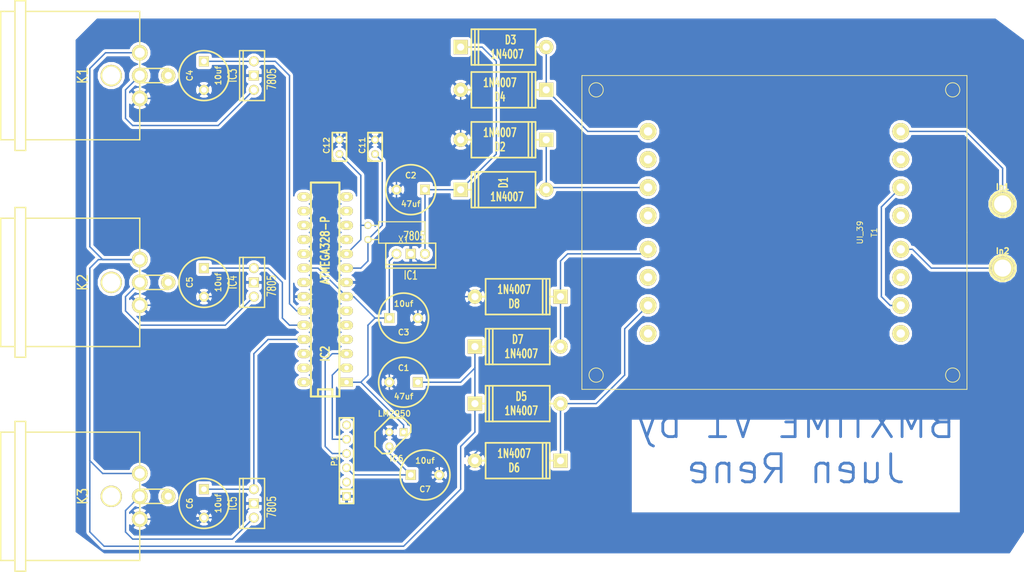
<source format=kicad_pcb>
(kicad_pcb (version 3) (host pcbnew "(2013-07-07 BZR 4022)-stable")

  (general
    (links 64)
    (no_connects 0)
    (area 1.523999 65.023999 184.150001 167.386001)
    (thickness 1.6)
    (drawings 1)
    (tracks 189)
    (zones 0)
    (modules 31)
    (nets 23)
  )

  (page A4)
  (layers
    (15 F.Cu signal)
    (0 B.Cu signal)
    (16 B.Adhes user)
    (17 F.Adhes user)
    (18 B.Paste user)
    (19 F.Paste user)
    (20 B.SilkS user)
    (21 F.SilkS user)
    (22 B.Mask user)
    (23 F.Mask user)
    (24 Dwgs.User user)
    (25 Cmts.User user)
    (26 Eco1.User user)
    (27 Eco2.User user)
    (28 Edge.Cuts user)
  )

  (setup
    (last_trace_width 0.254)
    (trace_clearance 0.254)
    (zone_clearance 0.508)
    (zone_45_only no)
    (trace_min 0.254)
    (segment_width 0.2)
    (edge_width 0.1)
    (via_size 0.889)
    (via_drill 0.635)
    (via_min_size 0.889)
    (via_min_drill 0.508)
    (uvia_size 0.508)
    (uvia_drill 0.127)
    (uvias_allowed no)
    (uvia_min_size 0.508)
    (uvia_min_drill 0.127)
    (pcb_text_width 0.3)
    (pcb_text_size 1.5 1.5)
    (mod_edge_width 0.15)
    (mod_text_size 1 1)
    (mod_text_width 0.15)
    (pad_size 2.99974 2.99974)
    (pad_drill 1.50114)
    (pad_to_mask_clearance 0)
    (aux_axis_origin 17.78 54.61)
    (visible_elements 7FFFF7FF)
    (pcbplotparams
      (layerselection 3178497)
      (usegerberextensions true)
      (excludeedgelayer true)
      (linewidth 0.150000)
      (plotframeref false)
      (viasonmask false)
      (mode 1)
      (useauxorigin false)
      (hpglpennumber 1)
      (hpglpenspeed 20)
      (hpglpendiameter 15)
      (hpglpenoverlay 2)
      (psnegative false)
      (psa4output false)
      (plotreference true)
      (plotvalue true)
      (plotothertext true)
      (plotinvisibletext false)
      (padsonsilk false)
      (subtractmaskfromsilk false)
      (outputformat 1)
      (mirror false)
      (drillshape 1)
      (scaleselection 1)
      (outputdirectory ""))
  )

  (net 0 "")
  (net 1 /5V)
  (net 2 N-000001)
  (net 3 N-0000010)
  (net 4 N-0000011)
  (net 5 N-0000012)
  (net 6 N-0000013)
  (net 7 N-0000014)
  (net 8 N-0000015)
  (net 9 N-0000016)
  (net 10 N-0000017)
  (net 11 N-0000019)
  (net 12 N-000002)
  (net 13 N-0000021)
  (net 14 N-000003)
  (net 15 N-0000030)
  (net 16 N-0000031)
  (net 17 N-000004)
  (net 18 N-000005)
  (net 19 N-000006)
  (net 20 N-000007)
  (net 21 N-000008)
  (net 22 N-000009)

  (net_class Default "This is the default net class."
    (clearance 0.254)
    (trace_width 0.254)
    (via_dia 0.889)
    (via_drill 0.635)
    (uvia_dia 0.508)
    (uvia_drill 0.127)
    (add_net "")
    (add_net /5V)
    (add_net N-000001)
    (add_net N-0000010)
    (add_net N-0000011)
    (add_net N-0000012)
    (add_net N-0000013)
    (add_net N-0000014)
    (add_net N-0000015)
    (add_net N-0000016)
    (add_net N-0000017)
    (add_net N-0000019)
    (add_net N-000002)
    (add_net N-0000021)
    (add_net N-000003)
    (add_net N-0000030)
    (add_net N-0000031)
    (add_net N-000004)
    (add_net N-000005)
    (add_net N-000006)
    (add_net N-000007)
    (add_net N-000008)
    (add_net N-000009)
  )

  (module LM78XXV (layer F.Cu) (tedit 4C5EE157) (tstamp 53EB4593)
    (at 46.99 154.94 180)
    (descr "Regulateur TO220 serie LM78xx")
    (tags "TR TO220")
    (path /53EB1DF7)
    (fp_text reference IC5 (at 3.81 0 270) (layer F.SilkS)
      (effects (font (size 1.524 1.016) (thickness 0.2032)))
    )
    (fp_text value 7805 (at -3.175 -0.635 270) (layer F.SilkS)
      (effects (font (size 1.524 1.016) (thickness 0.2032)))
    )
    (fp_line (start 1.905 -4.445) (end 2.54 -4.445) (layer F.SilkS) (width 0.254))
    (fp_line (start 2.54 -4.445) (end 2.54 4.445) (layer F.SilkS) (width 0.254))
    (fp_line (start 2.54 4.445) (end 1.905 4.445) (layer F.SilkS) (width 0.254))
    (fp_line (start -1.905 -4.445) (end 1.905 -4.445) (layer F.SilkS) (width 0.254))
    (fp_line (start 1.905 -4.445) (end 1.905 4.445) (layer F.SilkS) (width 0.254))
    (fp_line (start 1.905 4.445) (end -1.905 4.445) (layer F.SilkS) (width 0.254))
    (fp_line (start -1.905 4.445) (end -1.905 -4.445) (layer F.SilkS) (width 0.254))
    (pad VI thru_hole circle (at 0 -2.54 180) (size 1.778 1.778) (drill 1.143)
      (layers *.Cu *.Mask F.SilkS)
      (net 15 N-0000030)
    )
    (pad GND thru_hole rect (at 0 0 180) (size 1.778 1.778) (drill 1.143)
      (layers *.Cu *.Mask F.SilkS)
      (net 8 N-0000015)
    )
    (pad VO thru_hole circle (at 0 2.54 180) (size 1.778 1.778) (drill 1.143)
      (layers *.Cu *.Mask F.SilkS)
      (net 17 N-000004)
    )
  )

  (module XLR3MC (layer F.Cu) (tedit 416FC374) (tstamp 53EB4517)
    (at 26.67 78.74 270)
    (path /53EB2208)
    (fp_text reference K1 (at 0 10.16 270) (layer F.SilkS)
      (effects (font (size 1.778 1.524) (thickness 0.254)))
    )
    (fp_text value XLR3 (at 0 15.24 270) (layer F.SilkS) hide
      (effects (font (size 1.778 1.524) (thickness 0.254)))
    )
    (fp_line (start -11.43 22.225) (end -11.43 24.13) (layer F.SilkS) (width 0.254))
    (fp_line (start -11.43 24.13) (end -11.43 24.765) (layer F.SilkS) (width 0.254))
    (fp_line (start -11.43 24.765) (end 11.43 24.765) (layer F.SilkS) (width 0.254))
    (fp_line (start 11.43 24.765) (end 11.43 22.225) (layer F.SilkS) (width 0.254))
    (fp_line (start -1.27 0) (end -1.27 -5.08) (layer F.SilkS) (width 0.254))
    (fp_line (start -1.27 -5.08) (end 1.27 -5.08) (layer F.SilkS) (width 0.254))
    (fp_line (start 1.27 -5.08) (end 1.27 0) (layer F.SilkS) (width 0.254))
    (fp_line (start -13.335 20.32) (end -13.335 22.225) (layer F.SilkS) (width 0.254))
    (fp_line (start -13.335 22.225) (end 13.335 22.225) (layer F.SilkS) (width 0.254))
    (fp_line (start 13.335 22.225) (end 13.335 20.32) (layer F.SilkS) (width 0.254))
    (fp_line (start 13.335 20.32) (end -13.335 20.32) (layer F.SilkS) (width 0.254))
    (fp_line (start -11.43 0) (end -11.43 20.32) (layer F.SilkS) (width 0.254))
    (fp_line (start -11.43 0) (end 11.43 0) (layer F.SilkS) (width 0.254))
    (fp_line (start 11.43 0) (end 11.43 20.32) (layer F.SilkS) (width 0.254))
    (pad 1 thru_hole circle (at -4.064 0 270) (size 2.794 2.794) (drill 1.778)
      (layers *.Cu *.Mask F.SilkS)
      (net 7 N-0000014)
    )
    (pad 2 thru_hole circle (at 4.064 0 270) (size 2.794 2.794) (drill 1.778)
      (layers *.Cu *.Mask F.SilkS)
      (net 8 N-0000015)
    )
    (pad 4 thru_hole circle (at 0 -5.08 270) (size 2.54 2.54) (drill 1.27)
      (layers *.Cu *.Mask F.SilkS)
    )
    (pad 3 thru_hole circle (at 0 0 270) (size 2.794 2.794) (drill 1.778)
      (layers *.Cu *.Mask F.SilkS)
      (net 11 N-0000019)
    )
    (pad "" thru_hole circle (at 0 5.08 270) (size 3.81 3.81) (drill 3.2004)
      (layers *.Cu *.Mask F.SilkS)
    )
    (model connectors/xrl3male_90deg.wrl
      (at (xyz 0 0 0))
      (scale (xyz 2 2 2))
      (rotate (xyz 0 0 0))
    )
  )

  (module XLR3MC (layer F.Cu) (tedit 416FC374) (tstamp 53EB452E)
    (at 26.67 153.67 270)
    (path /53EB2226)
    (fp_text reference K3 (at 0 10.16 270) (layer F.SilkS)
      (effects (font (size 1.778 1.524) (thickness 0.254)))
    )
    (fp_text value XLR3 (at 0 15.24 270) (layer F.SilkS) hide
      (effects (font (size 1.778 1.524) (thickness 0.254)))
    )
    (fp_line (start -11.43 22.225) (end -11.43 24.13) (layer F.SilkS) (width 0.254))
    (fp_line (start -11.43 24.13) (end -11.43 24.765) (layer F.SilkS) (width 0.254))
    (fp_line (start -11.43 24.765) (end 11.43 24.765) (layer F.SilkS) (width 0.254))
    (fp_line (start 11.43 24.765) (end 11.43 22.225) (layer F.SilkS) (width 0.254))
    (fp_line (start -1.27 0) (end -1.27 -5.08) (layer F.SilkS) (width 0.254))
    (fp_line (start -1.27 -5.08) (end 1.27 -5.08) (layer F.SilkS) (width 0.254))
    (fp_line (start 1.27 -5.08) (end 1.27 0) (layer F.SilkS) (width 0.254))
    (fp_line (start -13.335 20.32) (end -13.335 22.225) (layer F.SilkS) (width 0.254))
    (fp_line (start -13.335 22.225) (end 13.335 22.225) (layer F.SilkS) (width 0.254))
    (fp_line (start 13.335 22.225) (end 13.335 20.32) (layer F.SilkS) (width 0.254))
    (fp_line (start 13.335 20.32) (end -13.335 20.32) (layer F.SilkS) (width 0.254))
    (fp_line (start -11.43 0) (end -11.43 20.32) (layer F.SilkS) (width 0.254))
    (fp_line (start -11.43 0) (end 11.43 0) (layer F.SilkS) (width 0.254))
    (fp_line (start 11.43 0) (end 11.43 20.32) (layer F.SilkS) (width 0.254))
    (pad 1 thru_hole circle (at -4.064 0 270) (size 2.794 2.794) (drill 1.778)
      (layers *.Cu *.Mask F.SilkS)
      (net 7 N-0000014)
    )
    (pad 2 thru_hole circle (at 4.064 0 270) (size 2.794 2.794) (drill 1.778)
      (layers *.Cu *.Mask F.SilkS)
      (net 8 N-0000015)
    )
    (pad 4 thru_hole circle (at 0 -5.08 270) (size 2.54 2.54) (drill 1.27)
      (layers *.Cu *.Mask F.SilkS)
    )
    (pad 3 thru_hole circle (at 0 0 270) (size 2.794 2.794) (drill 1.778)
      (layers *.Cu *.Mask F.SilkS)
      (net 15 N-0000030)
    )
    (pad "" thru_hole circle (at 0 5.08 270) (size 3.81 3.81) (drill 3.2004)
      (layers *.Cu *.Mask F.SilkS)
    )
    (model connectors/xrl3male_90deg.wrl
      (at (xyz 0 0 0))
      (scale (xyz 2 2 2))
      (rotate (xyz 0 0 0))
    )
  )

  (module XLR3MC (layer F.Cu) (tedit 416FC374) (tstamp 53EB4545)
    (at 26.67 115.57 270)
    (path /53EB2217)
    (fp_text reference K2 (at 0 10.16 270) (layer F.SilkS)
      (effects (font (size 1.778 1.524) (thickness 0.254)))
    )
    (fp_text value XLR3 (at 0 15.24 270) (layer F.SilkS) hide
      (effects (font (size 1.778 1.524) (thickness 0.254)))
    )
    (fp_line (start -11.43 22.225) (end -11.43 24.13) (layer F.SilkS) (width 0.254))
    (fp_line (start -11.43 24.13) (end -11.43 24.765) (layer F.SilkS) (width 0.254))
    (fp_line (start -11.43 24.765) (end 11.43 24.765) (layer F.SilkS) (width 0.254))
    (fp_line (start 11.43 24.765) (end 11.43 22.225) (layer F.SilkS) (width 0.254))
    (fp_line (start -1.27 0) (end -1.27 -5.08) (layer F.SilkS) (width 0.254))
    (fp_line (start -1.27 -5.08) (end 1.27 -5.08) (layer F.SilkS) (width 0.254))
    (fp_line (start 1.27 -5.08) (end 1.27 0) (layer F.SilkS) (width 0.254))
    (fp_line (start -13.335 20.32) (end -13.335 22.225) (layer F.SilkS) (width 0.254))
    (fp_line (start -13.335 22.225) (end 13.335 22.225) (layer F.SilkS) (width 0.254))
    (fp_line (start 13.335 22.225) (end 13.335 20.32) (layer F.SilkS) (width 0.254))
    (fp_line (start 13.335 20.32) (end -13.335 20.32) (layer F.SilkS) (width 0.254))
    (fp_line (start -11.43 0) (end -11.43 20.32) (layer F.SilkS) (width 0.254))
    (fp_line (start -11.43 0) (end 11.43 0) (layer F.SilkS) (width 0.254))
    (fp_line (start 11.43 0) (end 11.43 20.32) (layer F.SilkS) (width 0.254))
    (pad 1 thru_hole circle (at -4.064 0 270) (size 2.794 2.794) (drill 1.778)
      (layers *.Cu *.Mask F.SilkS)
      (net 7 N-0000014)
    )
    (pad 2 thru_hole circle (at 4.064 0 270) (size 2.794 2.794) (drill 1.778)
      (layers *.Cu *.Mask F.SilkS)
      (net 8 N-0000015)
    )
    (pad 4 thru_hole circle (at 0 -5.08 270) (size 2.54 2.54) (drill 1.27)
      (layers *.Cu *.Mask F.SilkS)
    )
    (pad 3 thru_hole circle (at 0 0 270) (size 2.794 2.794) (drill 1.778)
      (layers *.Cu *.Mask F.SilkS)
      (net 16 N-0000031)
    )
    (pad "" thru_hole circle (at 0 5.08 270) (size 3.81 3.81) (drill 3.2004)
      (layers *.Cu *.Mask F.SilkS)
    )
    (model connectors/xrl3male_90deg.wrl
      (at (xyz 0 0 0))
      (scale (xyz 2 2 2))
      (rotate (xyz 0 0 0))
    )
  )

  (module QMONTRE (layer F.Cu) (tedit 53EB6D84) (tstamp 53EB4569)
    (at 67.31 106.68 90)
    (path /53EB23C4)
    (fp_text reference X1 (at -1.27 6.35 180) (layer F.SilkS)
      (effects (font (size 1.27 1.016) (thickness 0.1524)))
    )
    (fp_text value 16Mhz (at 0.889 6.096 180) (layer F.SilkS) hide
      (effects (font (size 1.27 0.762) (thickness 0.1524)))
    )
    (fp_line (start -1.905 1.905) (end 1.905 1.905) (layer F.SilkS) (width 0.2032))
    (fp_line (start 1.905 1.905) (end 1.905 10.16) (layer F.SilkS) (width 0.2032))
    (fp_line (start 1.905 10.16) (end -1.905 10.16) (layer F.SilkS) (width 0.2032))
    (fp_line (start -1.905 10.16) (end -1.905 1.905) (layer F.SilkS) (width 0.2032))
    (fp_line (start -1.27 0) (end -1.27 1.905) (layer F.SilkS) (width 0.2032))
    (fp_line (start 1.27 0) (end 1.27 1.905) (layer F.SilkS) (width 0.2032))
    (pad 1 thru_hole circle (at -1.27 0 90) (size 1.27 1.27) (drill 0.8128)
      (layers *.Cu *.Mask F.SilkS)
      (net 10 N-0000017)
    )
    (pad 2 thru_hole circle (at 1.27 0 90) (size 1.27 1.27) (drill 0.8128)
      (layers *.Cu *.Mask F.SilkS)
      (net 9 N-0000016)
    )
    (model discret/qmontre.wrl
      (at (xyz 0 0 0))
      (scale (xyz 1 1 1))
      (rotate (xyz 0 0 0))
    )
  )

  (module LM78XXV (layer F.Cu) (tedit 4C5EE157) (tstamp 53EB4577)
    (at 74.93 110.49 270)
    (descr "Regulateur TO220 serie LM78xx")
    (tags "TR TO220")
    (path /53EB1DCF)
    (fp_text reference IC1 (at 3.81 0 360) (layer F.SilkS)
      (effects (font (size 1.524 1.016) (thickness 0.2032)))
    )
    (fp_text value 7805 (at -3.175 -0.635 360) (layer F.SilkS)
      (effects (font (size 1.524 1.016) (thickness 0.2032)))
    )
    (fp_line (start 1.905 -4.445) (end 2.54 -4.445) (layer F.SilkS) (width 0.254))
    (fp_line (start 2.54 -4.445) (end 2.54 4.445) (layer F.SilkS) (width 0.254))
    (fp_line (start 2.54 4.445) (end 1.905 4.445) (layer F.SilkS) (width 0.254))
    (fp_line (start -1.905 -4.445) (end 1.905 -4.445) (layer F.SilkS) (width 0.254))
    (fp_line (start 1.905 -4.445) (end 1.905 4.445) (layer F.SilkS) (width 0.254))
    (fp_line (start 1.905 4.445) (end -1.905 4.445) (layer F.SilkS) (width 0.254))
    (fp_line (start -1.905 4.445) (end -1.905 -4.445) (layer F.SilkS) (width 0.254))
    (pad VI thru_hole circle (at 0 -2.54 270) (size 1.778 1.778) (drill 1.143)
      (layers *.Cu *.Mask F.SilkS)
      (net 6 N-0000013)
    )
    (pad GND thru_hole rect (at 0 0 270) (size 1.778 1.778) (drill 1.143)
      (layers *.Cu *.Mask F.SilkS)
      (net 8 N-0000015)
    )
    (pad VO thru_hole circle (at 0 2.54 270) (size 1.778 1.778) (drill 1.143)
      (layers *.Cu *.Mask F.SilkS)
      (net 1 /5V)
    )
  )

  (module LM78XXV (layer F.Cu) (tedit 4C5EE157) (tstamp 53EB4585)
    (at 46.99 115.57 180)
    (descr "Regulateur TO220 serie LM78xx")
    (tags "TR TO220")
    (path /53EB1DE8)
    (fp_text reference IC4 (at 3.81 0 270) (layer F.SilkS)
      (effects (font (size 1.524 1.016) (thickness 0.2032)))
    )
    (fp_text value 7805 (at -3.175 -0.635 270) (layer F.SilkS)
      (effects (font (size 1.524 1.016) (thickness 0.2032)))
    )
    (fp_line (start 1.905 -4.445) (end 2.54 -4.445) (layer F.SilkS) (width 0.254))
    (fp_line (start 2.54 -4.445) (end 2.54 4.445) (layer F.SilkS) (width 0.254))
    (fp_line (start 2.54 4.445) (end 1.905 4.445) (layer F.SilkS) (width 0.254))
    (fp_line (start -1.905 -4.445) (end 1.905 -4.445) (layer F.SilkS) (width 0.254))
    (fp_line (start 1.905 -4.445) (end 1.905 4.445) (layer F.SilkS) (width 0.254))
    (fp_line (start 1.905 4.445) (end -1.905 4.445) (layer F.SilkS) (width 0.254))
    (fp_line (start -1.905 4.445) (end -1.905 -4.445) (layer F.SilkS) (width 0.254))
    (pad VI thru_hole circle (at 0 -2.54 180) (size 1.778 1.778) (drill 1.143)
      (layers *.Cu *.Mask F.SilkS)
      (net 16 N-0000031)
    )
    (pad GND thru_hole rect (at 0 0 180) (size 1.778 1.778) (drill 1.143)
      (layers *.Cu *.Mask F.SilkS)
      (net 8 N-0000015)
    )
    (pad VO thru_hole circle (at 0 2.54 180) (size 1.778 1.778) (drill 1.143)
      (layers *.Cu *.Mask F.SilkS)
      (net 2 N-000001)
    )
  )

  (module LM78XXV (layer F.Cu) (tedit 4C5EE157) (tstamp 53EB45A1)
    (at 46.99 78.74 180)
    (descr "Regulateur TO220 serie LM78xx")
    (tags "TR TO220")
    (path /53EB1E06)
    (fp_text reference IC3 (at 3.81 0 270) (layer F.SilkS)
      (effects (font (size 1.524 1.016) (thickness 0.2032)))
    )
    (fp_text value 7805 (at -3.175 -0.635 270) (layer F.SilkS)
      (effects (font (size 1.524 1.016) (thickness 0.2032)))
    )
    (fp_line (start 1.905 -4.445) (end 2.54 -4.445) (layer F.SilkS) (width 0.254))
    (fp_line (start 2.54 -4.445) (end 2.54 4.445) (layer F.SilkS) (width 0.254))
    (fp_line (start 2.54 4.445) (end 1.905 4.445) (layer F.SilkS) (width 0.254))
    (fp_line (start -1.905 -4.445) (end 1.905 -4.445) (layer F.SilkS) (width 0.254))
    (fp_line (start 1.905 -4.445) (end 1.905 4.445) (layer F.SilkS) (width 0.254))
    (fp_line (start 1.905 4.445) (end -1.905 4.445) (layer F.SilkS) (width 0.254))
    (fp_line (start -1.905 4.445) (end -1.905 -4.445) (layer F.SilkS) (width 0.254))
    (pad VI thru_hole circle (at 0 -2.54 180) (size 1.778 1.778) (drill 1.143)
      (layers *.Cu *.Mask F.SilkS)
      (net 11 N-0000019)
    )
    (pad GND thru_hole rect (at 0 0 180) (size 1.778 1.778) (drill 1.143)
      (layers *.Cu *.Mask F.SilkS)
      (net 8 N-0000015)
    )
    (pad VO thru_hole circle (at 0 2.54 180) (size 1.778 1.778) (drill 1.143)
      (layers *.Cu *.Mask F.SilkS)
      (net 13 N-0000021)
    )
  )

  (module DIP-28__300_ELL (layer F.Cu) (tedit 200000) (tstamp 53EB45C8)
    (at 59.69 116.84 90)
    (descr "28 pins DIL package, elliptical pads, width 300mil")
    (tags DIL)
    (path /53EB1D9D)
    (fp_text reference IC2 (at -11.43 0 90) (layer F.SilkS)
      (effects (font (size 1.524 1.143) (thickness 0.3048)))
    )
    (fp_text value ATMEGA328-P (at 6.985 0 90) (layer F.SilkS)
      (effects (font (size 1.524 1.143) (thickness 0.3048)))
    )
    (fp_line (start -19.05 -2.54) (end 19.05 -2.54) (layer F.SilkS) (width 0.381))
    (fp_line (start 19.05 -2.54) (end 19.05 2.54) (layer F.SilkS) (width 0.381))
    (fp_line (start 19.05 2.54) (end -19.05 2.54) (layer F.SilkS) (width 0.381))
    (fp_line (start -19.05 2.54) (end -19.05 -2.54) (layer F.SilkS) (width 0.381))
    (fp_line (start -19.05 -1.27) (end -17.78 -1.27) (layer F.SilkS) (width 0.381))
    (fp_line (start -17.78 -1.27) (end -17.78 1.27) (layer F.SilkS) (width 0.381))
    (fp_line (start -17.78 1.27) (end -19.05 1.27) (layer F.SilkS) (width 0.381))
    (pad 2 thru_hole oval (at -13.97 3.81 90) (size 1.5748 2.286) (drill 0.8128)
      (layers *.Cu *.Mask F.SilkS)
      (net 18 N-000005)
    )
    (pad 3 thru_hole oval (at -11.43 3.81 90) (size 1.5748 2.286) (drill 0.8128)
      (layers *.Cu *.Mask F.SilkS)
      (net 14 N-000003)
    )
    (pad 4 thru_hole oval (at -8.89 3.81 90) (size 1.5748 2.286) (drill 0.8128)
      (layers *.Cu *.Mask F.SilkS)
    )
    (pad 5 thru_hole oval (at -6.35 3.81 90) (size 1.5748 2.286) (drill 0.8128)
      (layers *.Cu *.Mask F.SilkS)
    )
    (pad 6 thru_hole oval (at -3.81 3.81 90) (size 1.5748 2.286) (drill 0.8128)
      (layers *.Cu *.Mask F.SilkS)
    )
    (pad 7 thru_hole oval (at -1.27 3.81 90) (size 1.5748 2.286) (drill 0.8128)
      (layers *.Cu *.Mask F.SilkS)
      (net 1 /5V)
    )
    (pad 8 thru_hole oval (at 1.27 3.81 90) (size 1.5748 2.286) (drill 0.8128)
      (layers *.Cu *.Mask F.SilkS)
      (net 8 N-0000015)
    )
    (pad 9 thru_hole oval (at 3.81 3.81 90) (size 1.5748 2.286) (drill 0.8128)
      (layers *.Cu *.Mask F.SilkS)
      (net 10 N-0000017)
    )
    (pad 10 thru_hole oval (at 6.35 3.81 90) (size 1.5748 2.286) (drill 0.8128)
      (layers *.Cu *.Mask F.SilkS)
      (net 9 N-0000016)
    )
    (pad 11 thru_hole oval (at 8.89 3.81 90) (size 1.5748 2.286) (drill 0.8128)
      (layers *.Cu *.Mask F.SilkS)
    )
    (pad 12 thru_hole oval (at 11.43 3.81 90) (size 1.5748 2.286) (drill 0.8128)
      (layers *.Cu *.Mask F.SilkS)
    )
    (pad 13 thru_hole oval (at 13.97 3.81 90) (size 1.5748 2.286) (drill 0.8128)
      (layers *.Cu *.Mask F.SilkS)
    )
    (pad 14 thru_hole oval (at 16.51 3.81 90) (size 1.5748 2.286) (drill 0.8128)
      (layers *.Cu *.Mask F.SilkS)
    )
    (pad 1 thru_hole rect (at -16.51 3.81 90) (size 1.5748 2.286) (drill 0.8128)
      (layers *.Cu *.Mask F.SilkS)
      (net 1 /5V)
    )
    (pad 15 thru_hole oval (at 16.51 -3.81 90) (size 1.5748 2.286) (drill 0.8128)
      (layers *.Cu *.Mask F.SilkS)
    )
    (pad 16 thru_hole oval (at 13.97 -3.81 90) (size 1.5748 2.286) (drill 0.8128)
      (layers *.Cu *.Mask F.SilkS)
    )
    (pad 17 thru_hole oval (at 11.43 -3.81 90) (size 1.5748 2.286) (drill 0.8128)
      (layers *.Cu *.Mask F.SilkS)
    )
    (pad 18 thru_hole oval (at 8.89 -3.81 90) (size 1.5748 2.286) (drill 0.8128)
      (layers *.Cu *.Mask F.SilkS)
    )
    (pad 19 thru_hole oval (at 6.35 -3.81 90) (size 1.5748 2.286) (drill 0.8128)
      (layers *.Cu *.Mask F.SilkS)
    )
    (pad 20 thru_hole oval (at 3.81 -3.81 90) (size 1.5748 2.286) (drill 0.8128)
      (layers *.Cu *.Mask F.SilkS)
      (net 1 /5V)
    )
    (pad 21 thru_hole oval (at 1.27 -3.81 90) (size 1.5748 2.286) (drill 0.8128)
      (layers *.Cu *.Mask F.SilkS)
    )
    (pad 22 thru_hole oval (at -1.27 -3.81 90) (size 1.5748 2.286) (drill 0.8128)
      (layers *.Cu *.Mask F.SilkS)
      (net 8 N-0000015)
    )
    (pad 23 thru_hole oval (at -3.81 -3.81 90) (size 1.5748 2.286) (drill 0.8128)
      (layers *.Cu *.Mask F.SilkS)
      (net 13 N-0000021)
    )
    (pad 24 thru_hole oval (at -6.35 -3.81 90) (size 1.5748 2.286) (drill 0.8128)
      (layers *.Cu *.Mask F.SilkS)
      (net 2 N-000001)
    )
    (pad 25 thru_hole oval (at -8.89 -3.81 90) (size 1.5748 2.286) (drill 0.8128)
      (layers *.Cu *.Mask F.SilkS)
      (net 17 N-000004)
    )
    (pad 26 thru_hole oval (at -11.43 -3.81 90) (size 1.5748 2.286) (drill 0.8128)
      (layers *.Cu *.Mask F.SilkS)
    )
    (pad 27 thru_hole oval (at -13.97 -3.81 90) (size 1.5748 2.286) (drill 0.8128)
      (layers *.Cu *.Mask F.SilkS)
    )
    (pad 28 thru_hole oval (at -16.51 -3.81 90) (size 1.5748 2.286) (drill 0.8128)
      (layers *.Cu *.Mask F.SilkS)
    )
    (model dil/dil_28-w300.wrl
      (at (xyz 0 0 0))
      (scale (xyz 1 1 1))
      (rotate (xyz 0 0 0))
    )
  )

  (module D6 (layer F.Cu) (tedit 53EB4748) (tstamp 53EB45D6)
    (at 91.44 99.06 180)
    (descr "Diode 6 pas")
    (tags DIODE)
    (path /53EB347B)
    (fp_text reference D1 (at 0 1.27 270) (layer F.SilkS)
      (effects (font (size 1.524 1.016) (thickness 0.3048)))
    )
    (fp_text value 1N4007 (at -0.635 -1.27 180) (layer F.SilkS)
      (effects (font (size 1.524 1.016) (thickness 0.3048)))
    )
    (fp_line (start -5.715 -3.175) (end -5.715 3.175) (layer F.SilkS) (width 0.3048))
    (fp_line (start -5.715 3.175) (end 5.715 3.175) (layer F.SilkS) (width 0.3048))
    (fp_line (start 5.715 3.175) (end 5.715 -3.175) (layer F.SilkS) (width 0.3048))
    (fp_line (start 5.715 -3.175) (end -5.715 -3.175) (layer F.SilkS) (width 0.3048))
    (fp_line (start 5.08 -3.175) (end 5.08 3.175) (layer F.SilkS) (width 0.3048))
    (fp_line (start 4.445 3.175) (end 4.445 -3.175) (layer F.SilkS) (width 0.3048))
    (fp_line (start 5.715 0) (end 7.62 0) (layer F.SilkS) (width 0.3048))
    (fp_line (start -5.715 0) (end -7.62 0) (layer F.SilkS) (width 0.3048))
    (pad 1 thru_hole circle (at -7.62 0 180) (size 2.54 2.54) (drill 1.27)
      (layers *.Cu *.Mask F.SilkS)
      (net 20 N-000007)
    )
    (pad 2 thru_hole rect (at 7.62 0 180) (size 2.54 2.54) (drill 1.27)
      (layers *.Cu *.Mask F.SilkS)
      (net 6 N-0000013)
    )
    (model discret/diode.wrl
      (at (xyz 0 0 0))
      (scale (xyz 0.6 0.6 0.6))
      (rotate (xyz 0 0 0))
    )
  )

  (module D6 (layer F.Cu) (tedit 200000) (tstamp 53EB45E4)
    (at 91.44 81.28)
    (descr "Diode 6 pas")
    (tags DIODE)
    (path /53EB3488)
    (fp_text reference D4 (at -0.635 1.27) (layer F.SilkS)
      (effects (font (size 1.524 1.016) (thickness 0.3048)))
    )
    (fp_text value 1N4007 (at -0.635 -1.27) (layer F.SilkS)
      (effects (font (size 1.524 1.016) (thickness 0.3048)))
    )
    (fp_line (start -5.715 -3.175) (end -5.715 3.175) (layer F.SilkS) (width 0.3048))
    (fp_line (start -5.715 3.175) (end 5.715 3.175) (layer F.SilkS) (width 0.3048))
    (fp_line (start 5.715 3.175) (end 5.715 -3.175) (layer F.SilkS) (width 0.3048))
    (fp_line (start 5.715 -3.175) (end -5.715 -3.175) (layer F.SilkS) (width 0.3048))
    (fp_line (start 5.08 -3.175) (end 5.08 3.175) (layer F.SilkS) (width 0.3048))
    (fp_line (start 4.445 3.175) (end 4.445 -3.175) (layer F.SilkS) (width 0.3048))
    (fp_line (start 5.715 0) (end 7.62 0) (layer F.SilkS) (width 0.3048))
    (fp_line (start -5.715 0) (end -7.62 0) (layer F.SilkS) (width 0.3048))
    (pad 1 thru_hole circle (at -7.62 0) (size 2.54 2.54) (drill 1.27)
      (layers *.Cu *.Mask F.SilkS)
      (net 8 N-0000015)
    )
    (pad 2 thru_hole rect (at 7.62 0) (size 2.54 2.54) (drill 1.27)
      (layers *.Cu *.Mask F.SilkS)
      (net 5 N-0000012)
    )
    (model discret/diode.wrl
      (at (xyz 0 0 0))
      (scale (xyz 0.6 0.6 0.6))
      (rotate (xyz 0 0 0))
    )
  )

  (module D6 (layer F.Cu) (tedit 53EB477F) (tstamp 53EB45F2)
    (at 91.44 73.66 180)
    (descr "Diode 6 pas")
    (tags DIODE)
    (path /53EB348E)
    (fp_text reference D3 (at -1.27 1.27 180) (layer F.SilkS)
      (effects (font (size 1.524 1.016) (thickness 0.3048)))
    )
    (fp_text value 1N4007 (at -0.635 -1.27 180) (layer F.SilkS)
      (effects (font (size 1.524 1.016) (thickness 0.3048)))
    )
    (fp_line (start -5.715 -3.175) (end -5.715 3.175) (layer F.SilkS) (width 0.3048))
    (fp_line (start -5.715 3.175) (end 5.715 3.175) (layer F.SilkS) (width 0.3048))
    (fp_line (start 5.715 3.175) (end 5.715 -3.175) (layer F.SilkS) (width 0.3048))
    (fp_line (start 5.715 -3.175) (end -5.715 -3.175) (layer F.SilkS) (width 0.3048))
    (fp_line (start 5.08 -3.175) (end 5.08 3.175) (layer F.SilkS) (width 0.3048))
    (fp_line (start 4.445 3.175) (end 4.445 -3.175) (layer F.SilkS) (width 0.3048))
    (fp_line (start 5.715 0) (end 7.62 0) (layer F.SilkS) (width 0.3048))
    (fp_line (start -5.715 0) (end -7.62 0) (layer F.SilkS) (width 0.3048))
    (pad 1 thru_hole circle (at -7.62 0 180) (size 2.54 2.54) (drill 1.27)
      (layers *.Cu *.Mask F.SilkS)
      (net 5 N-0000012)
    )
    (pad 2 thru_hole rect (at 7.62 0 180) (size 2.54 2.54) (drill 1.27)
      (layers *.Cu *.Mask F.SilkS)
      (net 6 N-0000013)
    )
    (model discret/diode.wrl
      (at (xyz 0 0 0))
      (scale (xyz 0.6 0.6 0.6))
      (rotate (xyz 0 0 0))
    )
  )

  (module D6 (layer F.Cu) (tedit 200000) (tstamp 53EB4600)
    (at 91.44 90.17)
    (descr "Diode 6 pas")
    (tags DIODE)
    (path /53EB3494)
    (fp_text reference D2 (at -0.635 1.27) (layer F.SilkS)
      (effects (font (size 1.524 1.016) (thickness 0.3048)))
    )
    (fp_text value 1N4007 (at -0.635 -1.27) (layer F.SilkS)
      (effects (font (size 1.524 1.016) (thickness 0.3048)))
    )
    (fp_line (start -5.715 -3.175) (end -5.715 3.175) (layer F.SilkS) (width 0.3048))
    (fp_line (start -5.715 3.175) (end 5.715 3.175) (layer F.SilkS) (width 0.3048))
    (fp_line (start 5.715 3.175) (end 5.715 -3.175) (layer F.SilkS) (width 0.3048))
    (fp_line (start 5.715 -3.175) (end -5.715 -3.175) (layer F.SilkS) (width 0.3048))
    (fp_line (start 5.08 -3.175) (end 5.08 3.175) (layer F.SilkS) (width 0.3048))
    (fp_line (start 4.445 3.175) (end 4.445 -3.175) (layer F.SilkS) (width 0.3048))
    (fp_line (start 5.715 0) (end 7.62 0) (layer F.SilkS) (width 0.3048))
    (fp_line (start -5.715 0) (end -7.62 0) (layer F.SilkS) (width 0.3048))
    (pad 1 thru_hole circle (at -7.62 0) (size 2.54 2.54) (drill 1.27)
      (layers *.Cu *.Mask F.SilkS)
      (net 8 N-0000015)
    )
    (pad 2 thru_hole rect (at 7.62 0) (size 2.54 2.54) (drill 1.27)
      (layers *.Cu *.Mask F.SilkS)
      (net 20 N-000007)
    )
    (model discret/diode.wrl
      (at (xyz 0 0 0))
      (scale (xyz 0.6 0.6 0.6))
      (rotate (xyz 0 0 0))
    )
  )

  (module D6 (layer F.Cu) (tedit 200000) (tstamp 53EB460E)
    (at 93.98 137.16 180)
    (descr "Diode 6 pas")
    (tags DIODE)
    (path /53EB34AC)
    (fp_text reference D5 (at -0.635 1.27 180) (layer F.SilkS)
      (effects (font (size 1.524 1.016) (thickness 0.3048)))
    )
    (fp_text value 1N4007 (at -0.635 -1.27 180) (layer F.SilkS)
      (effects (font (size 1.524 1.016) (thickness 0.3048)))
    )
    (fp_line (start -5.715 -3.175) (end -5.715 3.175) (layer F.SilkS) (width 0.3048))
    (fp_line (start -5.715 3.175) (end 5.715 3.175) (layer F.SilkS) (width 0.3048))
    (fp_line (start 5.715 3.175) (end 5.715 -3.175) (layer F.SilkS) (width 0.3048))
    (fp_line (start 5.715 -3.175) (end -5.715 -3.175) (layer F.SilkS) (width 0.3048))
    (fp_line (start 5.08 -3.175) (end 5.08 3.175) (layer F.SilkS) (width 0.3048))
    (fp_line (start 4.445 3.175) (end 4.445 -3.175) (layer F.SilkS) (width 0.3048))
    (fp_line (start 5.715 0) (end 7.62 0) (layer F.SilkS) (width 0.3048))
    (fp_line (start -5.715 0) (end -7.62 0) (layer F.SilkS) (width 0.3048))
    (pad 1 thru_hole circle (at -7.62 0 180) (size 2.54 2.54) (drill 1.27)
      (layers *.Cu *.Mask F.SilkS)
      (net 4 N-0000011)
    )
    (pad 2 thru_hole rect (at 7.62 0 180) (size 2.54 2.54) (drill 1.27)
      (layers *.Cu *.Mask F.SilkS)
      (net 7 N-0000014)
    )
    (model discret/diode.wrl
      (at (xyz 0 0 0))
      (scale (xyz 0.6 0.6 0.6))
      (rotate (xyz 0 0 0))
    )
  )

  (module D6 (layer F.Cu) (tedit 200000) (tstamp 53EB461C)
    (at 93.98 118.11)
    (descr "Diode 6 pas")
    (tags DIODE)
    (path /53EB34B2)
    (fp_text reference D8 (at -0.635 1.27) (layer F.SilkS)
      (effects (font (size 1.524 1.016) (thickness 0.3048)))
    )
    (fp_text value 1N4007 (at -0.635 -1.27) (layer F.SilkS)
      (effects (font (size 1.524 1.016) (thickness 0.3048)))
    )
    (fp_line (start -5.715 -3.175) (end -5.715 3.175) (layer F.SilkS) (width 0.3048))
    (fp_line (start -5.715 3.175) (end 5.715 3.175) (layer F.SilkS) (width 0.3048))
    (fp_line (start 5.715 3.175) (end 5.715 -3.175) (layer F.SilkS) (width 0.3048))
    (fp_line (start 5.715 -3.175) (end -5.715 -3.175) (layer F.SilkS) (width 0.3048))
    (fp_line (start 5.08 -3.175) (end 5.08 3.175) (layer F.SilkS) (width 0.3048))
    (fp_line (start 4.445 3.175) (end 4.445 -3.175) (layer F.SilkS) (width 0.3048))
    (fp_line (start 5.715 0) (end 7.62 0) (layer F.SilkS) (width 0.3048))
    (fp_line (start -5.715 0) (end -7.62 0) (layer F.SilkS) (width 0.3048))
    (pad 1 thru_hole circle (at -7.62 0) (size 2.54 2.54) (drill 1.27)
      (layers *.Cu *.Mask F.SilkS)
      (net 8 N-0000015)
    )
    (pad 2 thru_hole rect (at 7.62 0) (size 2.54 2.54) (drill 1.27)
      (layers *.Cu *.Mask F.SilkS)
      (net 12 N-000002)
    )
    (model discret/diode.wrl
      (at (xyz 0 0 0))
      (scale (xyz 0.6 0.6 0.6))
      (rotate (xyz 0 0 0))
    )
  )

  (module D6 (layer F.Cu) (tedit 53EB68DD) (tstamp 53EB462A)
    (at 93.98 127 180)
    (descr "Diode 6 pas")
    (tags DIODE)
    (path /53EB34B8)
    (fp_text reference D7 (at 0 1.27 180) (layer F.SilkS)
      (effects (font (size 1.524 1.016) (thickness 0.3048)))
    )
    (fp_text value 1N4007 (at -0.635 -1.27 180) (layer F.SilkS)
      (effects (font (size 1.524 1.016) (thickness 0.3048)))
    )
    (fp_line (start -5.715 -3.175) (end -5.715 3.175) (layer F.SilkS) (width 0.3048))
    (fp_line (start -5.715 3.175) (end 5.715 3.175) (layer F.SilkS) (width 0.3048))
    (fp_line (start 5.715 3.175) (end 5.715 -3.175) (layer F.SilkS) (width 0.3048))
    (fp_line (start 5.715 -3.175) (end -5.715 -3.175) (layer F.SilkS) (width 0.3048))
    (fp_line (start 5.08 -3.175) (end 5.08 3.175) (layer F.SilkS) (width 0.3048))
    (fp_line (start 4.445 3.175) (end 4.445 -3.175) (layer F.SilkS) (width 0.3048))
    (fp_line (start 5.715 0) (end 7.62 0) (layer F.SilkS) (width 0.3048))
    (fp_line (start -5.715 0) (end -7.62 0) (layer F.SilkS) (width 0.3048))
    (pad 1 thru_hole circle (at -7.62 0 180) (size 2.54 2.54) (drill 1.27)
      (layers *.Cu *.Mask F.SilkS)
      (net 12 N-000002)
    )
    (pad 2 thru_hole rect (at 7.62 0 180) (size 2.54 2.54) (drill 1.27)
      (layers *.Cu *.Mask F.SilkS)
      (net 7 N-0000014)
    )
    (model discret/diode.wrl
      (at (xyz 0 0 0))
      (scale (xyz 0.6 0.6 0.6))
      (rotate (xyz 0 0 0))
    )
  )

  (module D6 (layer F.Cu) (tedit 200000) (tstamp 53EB4638)
    (at 93.98 147.32)
    (descr "Diode 6 pas")
    (tags DIODE)
    (path /53EB34BE)
    (fp_text reference D6 (at -0.635 1.27) (layer F.SilkS)
      (effects (font (size 1.524 1.016) (thickness 0.3048)))
    )
    (fp_text value 1N4007 (at -0.635 -1.27) (layer F.SilkS)
      (effects (font (size 1.524 1.016) (thickness 0.3048)))
    )
    (fp_line (start -5.715 -3.175) (end -5.715 3.175) (layer F.SilkS) (width 0.3048))
    (fp_line (start -5.715 3.175) (end 5.715 3.175) (layer F.SilkS) (width 0.3048))
    (fp_line (start 5.715 3.175) (end 5.715 -3.175) (layer F.SilkS) (width 0.3048))
    (fp_line (start 5.715 -3.175) (end -5.715 -3.175) (layer F.SilkS) (width 0.3048))
    (fp_line (start 5.08 -3.175) (end 5.08 3.175) (layer F.SilkS) (width 0.3048))
    (fp_line (start 4.445 3.175) (end 4.445 -3.175) (layer F.SilkS) (width 0.3048))
    (fp_line (start 5.715 0) (end 7.62 0) (layer F.SilkS) (width 0.3048))
    (fp_line (start -5.715 0) (end -7.62 0) (layer F.SilkS) (width 0.3048))
    (pad 1 thru_hole circle (at -7.62 0) (size 2.54 2.54) (drill 1.27)
      (layers *.Cu *.Mask F.SilkS)
      (net 8 N-0000015)
    )
    (pad 2 thru_hole rect (at 7.62 0) (size 2.54 2.54) (drill 1.27)
      (layers *.Cu *.Mask F.SilkS)
      (net 4 N-0000011)
    )
    (model discret/diode.wrl
      (at (xyz 0 0 0))
      (scale (xyz 0.6 0.6 0.6))
      (rotate (xyz 0 0 0))
    )
  )

  (module C2V8 (layer F.Cu) (tedit 46544AA3) (tstamp 53EB463F)
    (at 73.66 121.92)
    (descr "Condensateur polarise")
    (tags CP)
    (path /53EB2A6F)
    (fp_text reference C3 (at 0 2.54) (layer F.SilkS)
      (effects (font (size 1.016 1.016) (thickness 0.2032)))
    )
    (fp_text value 10uf (at 0 -2.54) (layer F.SilkS)
      (effects (font (size 1.016 1.016) (thickness 0.2032)))
    )
    (fp_circle (center 0 0) (end -4.445 0) (layer F.SilkS) (width 0.3048))
    (pad 1 thru_hole rect (at -2.54 0) (size 1.778 1.778) (drill 1.016)
      (layers *.Cu *.Mask F.SilkS)
      (net 1 /5V)
    )
    (pad 2 thru_hole circle (at 2.54 0) (size 1.778 1.778) (drill 1.016)
      (layers *.Cu *.Mask F.SilkS)
      (net 8 N-0000015)
    )
    (model discret/c_vert_c2v10.wrl
      (at (xyz 0 0 0))
      (scale (xyz 1 1 1))
      (rotate (xyz 0 0 0))
    )
  )

  (module C2V8 (layer F.Cu) (tedit 46544AA3) (tstamp 53EB4646)
    (at 38.1 154.94 270)
    (descr "Condensateur polarise")
    (tags CP)
    (path /53EB2B0A)
    (fp_text reference C6 (at 0 2.54 270) (layer F.SilkS)
      (effects (font (size 1.016 1.016) (thickness 0.2032)))
    )
    (fp_text value 10uf (at 0 -2.54 270) (layer F.SilkS)
      (effects (font (size 1.016 1.016) (thickness 0.2032)))
    )
    (fp_circle (center 0 0) (end -4.445 0) (layer F.SilkS) (width 0.3048))
    (pad 1 thru_hole rect (at -2.54 0 270) (size 1.778 1.778) (drill 1.016)
      (layers *.Cu *.Mask F.SilkS)
      (net 17 N-000004)
    )
    (pad 2 thru_hole circle (at 2.54 0 270) (size 1.778 1.778) (drill 1.016)
      (layers *.Cu *.Mask F.SilkS)
      (net 8 N-0000015)
    )
    (model discret/c_vert_c2v10.wrl
      (at (xyz 0 0 0))
      (scale (xyz 1 1 1))
      (rotate (xyz 0 0 0))
    )
  )

  (module C2V8 (layer F.Cu) (tedit 46544AA3) (tstamp 53EB464D)
    (at 38.1 115.57 270)
    (descr "Condensateur polarise")
    (tags CP)
    (path /53EB325C)
    (fp_text reference C5 (at 0 2.54 270) (layer F.SilkS)
      (effects (font (size 1.016 1.016) (thickness 0.2032)))
    )
    (fp_text value 10uf (at 0 -2.54 270) (layer F.SilkS)
      (effects (font (size 1.016 1.016) (thickness 0.2032)))
    )
    (fp_circle (center 0 0) (end -4.445 0) (layer F.SilkS) (width 0.3048))
    (pad 1 thru_hole rect (at -2.54 0 270) (size 1.778 1.778) (drill 1.016)
      (layers *.Cu *.Mask F.SilkS)
      (net 2 N-000001)
    )
    (pad 2 thru_hole circle (at 2.54 0 270) (size 1.778 1.778) (drill 1.016)
      (layers *.Cu *.Mask F.SilkS)
      (net 8 N-0000015)
    )
    (model discret/c_vert_c2v10.wrl
      (at (xyz 0 0 0))
      (scale (xyz 1 1 1))
      (rotate (xyz 0 0 0))
    )
  )

  (module C2V8 (layer F.Cu) (tedit 46544AA3) (tstamp 53EB4654)
    (at 38.1 78.74 270)
    (descr "Condensateur polarise")
    (tags CP)
    (path /53EB326B)
    (fp_text reference C4 (at 0 2.54 270) (layer F.SilkS)
      (effects (font (size 1.016 1.016) (thickness 0.2032)))
    )
    (fp_text value 10uf (at 0 -2.54 270) (layer F.SilkS)
      (effects (font (size 1.016 1.016) (thickness 0.2032)))
    )
    (fp_circle (center 0 0) (end -4.445 0) (layer F.SilkS) (width 0.3048))
    (pad 1 thru_hole rect (at -2.54 0 270) (size 1.778 1.778) (drill 1.016)
      (layers *.Cu *.Mask F.SilkS)
      (net 13 N-0000021)
    )
    (pad 2 thru_hole circle (at 2.54 0 270) (size 1.778 1.778) (drill 1.016)
      (layers *.Cu *.Mask F.SilkS)
      (net 8 N-0000015)
    )
    (model discret/c_vert_c2v10.wrl
      (at (xyz 0 0 0))
      (scale (xyz 1 1 1))
      (rotate (xyz 0 0 0))
    )
  )

  (module C2V8 (layer F.Cu) (tedit 46544AA3) (tstamp 53EB465B)
    (at 74.93 99.06 180)
    (descr "Condensateur polarise")
    (tags CP)
    (path /53EB3AE2)
    (fp_text reference C2 (at 0 2.54 180) (layer F.SilkS)
      (effects (font (size 1.016 1.016) (thickness 0.2032)))
    )
    (fp_text value 47uf (at 0 -2.54 180) (layer F.SilkS)
      (effects (font (size 1.016 1.016) (thickness 0.2032)))
    )
    (fp_circle (center 0 0) (end -4.445 0) (layer F.SilkS) (width 0.3048))
    (pad 1 thru_hole rect (at -2.54 0 180) (size 1.778 1.778) (drill 1.016)
      (layers *.Cu *.Mask F.SilkS)
      (net 6 N-0000013)
    )
    (pad 2 thru_hole circle (at 2.54 0 180) (size 1.778 1.778) (drill 1.016)
      (layers *.Cu *.Mask F.SilkS)
      (net 8 N-0000015)
    )
    (model discret/c_vert_c2v10.wrl
      (at (xyz 0 0 0))
      (scale (xyz 1 1 1))
      (rotate (xyz 0 0 0))
    )
  )

  (module C2V8 (layer F.Cu) (tedit 46544AA3) (tstamp 53EB4662)
    (at 73.66 133.35 180)
    (descr "Condensateur polarise")
    (tags CP)
    (path /53EB3B03)
    (fp_text reference C1 (at 0 2.54 180) (layer F.SilkS)
      (effects (font (size 1.016 1.016) (thickness 0.2032)))
    )
    (fp_text value 47uf (at 0 -2.54 180) (layer F.SilkS)
      (effects (font (size 1.016 1.016) (thickness 0.2032)))
    )
    (fp_circle (center 0 0) (end -4.445 0) (layer F.SilkS) (width 0.3048))
    (pad 1 thru_hole rect (at -2.54 0 180) (size 1.778 1.778) (drill 1.016)
      (layers *.Cu *.Mask F.SilkS)
      (net 7 N-0000014)
    )
    (pad 2 thru_hole circle (at 2.54 0 180) (size 1.778 1.778) (drill 1.016)
      (layers *.Cu *.Mask F.SilkS)
      (net 8 N-0000015)
    )
    (model discret/c_vert_c2v10.wrl
      (at (xyz 0 0 0))
      (scale (xyz 1 1 1))
      (rotate (xyz 0 0 0))
    )
  )

  (module C1 (layer F.Cu) (tedit 3F92C496) (tstamp 53EB466D)
    (at 68.58 91.44 90)
    (descr "Condensateur e = 1 pas")
    (tags C)
    (path /53EB2467)
    (fp_text reference C11 (at 0.254 -2.286 90) (layer F.SilkS)
      (effects (font (size 1.016 1.016) (thickness 0.2032)))
    )
    (fp_text value 22pf (at 0 -2.286 90) (layer F.SilkS) hide
      (effects (font (size 1.016 1.016) (thickness 0.2032)))
    )
    (fp_line (start -2.4892 -1.27) (end 2.54 -1.27) (layer F.SilkS) (width 0.3048))
    (fp_line (start 2.54 -1.27) (end 2.54 1.27) (layer F.SilkS) (width 0.3048))
    (fp_line (start 2.54 1.27) (end -2.54 1.27) (layer F.SilkS) (width 0.3048))
    (fp_line (start -2.54 1.27) (end -2.54 -1.27) (layer F.SilkS) (width 0.3048))
    (fp_line (start -2.54 -0.635) (end -1.905 -1.27) (layer F.SilkS) (width 0.3048))
    (pad 1 thru_hole circle (at -1.27 0 90) (size 1.397 1.397) (drill 0.8128)
      (layers *.Cu *.Mask F.SilkS)
      (net 10 N-0000017)
    )
    (pad 2 thru_hole circle (at 1.27 0 90) (size 1.397 1.397) (drill 0.8128)
      (layers *.Cu *.Mask F.SilkS)
      (net 8 N-0000015)
    )
    (model discret/capa_1_pas.wrl
      (at (xyz 0 0 0))
      (scale (xyz 1 1 1))
      (rotate (xyz 0 0 0))
    )
  )

  (module C1 (layer F.Cu) (tedit 3F92C496) (tstamp 53EB4678)
    (at 62.23 91.44 90)
    (descr "Condensateur e = 1 pas")
    (tags C)
    (path /53EB2458)
    (fp_text reference C12 (at 0.254 -2.286 90) (layer F.SilkS)
      (effects (font (size 1.016 1.016) (thickness 0.2032)))
    )
    (fp_text value 22pf (at 0 -2.286 90) (layer F.SilkS) hide
      (effects (font (size 1.016 1.016) (thickness 0.2032)))
    )
    (fp_line (start -2.4892 -1.27) (end 2.54 -1.27) (layer F.SilkS) (width 0.3048))
    (fp_line (start 2.54 -1.27) (end 2.54 1.27) (layer F.SilkS) (width 0.3048))
    (fp_line (start 2.54 1.27) (end -2.54 1.27) (layer F.SilkS) (width 0.3048))
    (fp_line (start -2.54 1.27) (end -2.54 -1.27) (layer F.SilkS) (width 0.3048))
    (fp_line (start -2.54 -0.635) (end -1.905 -1.27) (layer F.SilkS) (width 0.3048))
    (pad 1 thru_hole circle (at -1.27 0 90) (size 1.397 1.397) (drill 0.8128)
      (layers *.Cu *.Mask F.SilkS)
      (net 9 N-0000016)
    )
    (pad 2 thru_hole circle (at 1.27 0 90) (size 1.397 1.397) (drill 0.8128)
      (layers *.Cu *.Mask F.SilkS)
      (net 8 N-0000015)
    )
    (model discret/capa_1_pas.wrl
      (at (xyz 0 0 0))
      (scale (xyz 1 1 1))
      (rotate (xyz 0 0 0))
    )
  )

  (module PIN_ARRAY-6X1 (layer F.Cu) (tedit 53EB9D28) (tstamp 53EB9AB3)
    (at 63.5 147.32 90)
    (descr "Connecteur 6 pins")
    (tags "CONN DEV")
    (path /53EB9423)
    (fp_text reference P1 (at 0 -2.159 90) (layer F.SilkS)
      (effects (font (size 1.016 1.016) (thickness 0.2032)))
    )
    (fp_text value CONN_SERIAL_SF (at 0 2.159 90) (layer F.SilkS) hide
      (effects (font (size 1.016 0.889) (thickness 0.2032)))
    )
    (fp_line (start -7.62 1.27) (end -7.62 -1.27) (layer F.SilkS) (width 0.3048))
    (fp_line (start -7.62 -1.27) (end 7.62 -1.27) (layer F.SilkS) (width 0.3048))
    (fp_line (start 7.62 -1.27) (end 7.62 1.27) (layer F.SilkS) (width 0.3048))
    (fp_line (start 7.62 1.27) (end -7.62 1.27) (layer F.SilkS) (width 0.3048))
    (fp_line (start -5.08 1.27) (end -5.08 -1.27) (layer F.SilkS) (width 0.3048))
    (pad 1 thru_hole rect (at -6.35 0 90) (size 1.524 1.524) (drill 1.016)
      (layers *.Cu *.Mask F.SilkS)
      (net 8 N-0000015)
    )
    (pad 2 thru_hole circle (at -3.81 0 90) (size 1.524 1.524) (drill 1.016)
      (layers *.Cu *.Mask F.SilkS)
    )
    (pad 3 thru_hole circle (at -1.27 0 90) (size 1.524 1.524) (drill 1.016)
      (layers *.Cu *.Mask F.SilkS)
      (net 19 N-000006)
    )
    (pad 4 thru_hole circle (at 1.27 0 90) (size 1.524 1.524) (drill 1.016)
      (layers *.Cu *.Mask F.SilkS)
      (net 14 N-000003)
    )
    (pad 5 thru_hole circle (at 3.81 0 90) (size 1.524 1.524) (drill 1.016)
      (layers *.Cu *.Mask F.SilkS)
      (net 18 N-000005)
    )
    (pad 6 thru_hole circle (at 6.35 0 90) (size 1.524 1.524) (drill 1.016)
      (layers *.Cu *.Mask F.SilkS)
    )
    (model pin_array/pins_array_6x1.wrl
      (at (xyz 0 0 0))
      (scale (xyz 1 1 1))
      (rotate (xyz 0 0 0))
    )
  )

  (module LM2931 (layer F.Cu) (tedit 53F335D8) (tstamp 53EB9AC2)
    (at 72.39 143.51)
    (descr "Regulateur TO92 type lm2931")
    (tags "TR TO92")
    (path /53EB9807)
    (fp_text reference IC6 (at 0 3.429) (layer F.SilkS)
      (effects (font (size 1.016 1.016) (thickness 0.2032)))
    )
    (fp_text value LM2950 (at -0.381 -4.572) (layer F.SilkS)
      (effects (font (size 1.016 1.016) (thickness 0.2032)))
    )
    (fp_line (start -1.27 2.54) (end 2.54 -1.27) (layer F.SilkS) (width 0.3048))
    (fp_line (start 2.54 -1.27) (end 2.54 -2.54) (layer F.SilkS) (width 0.3048))
    (fp_line (start 2.54 -2.54) (end 1.27 -3.81) (layer F.SilkS) (width 0.3048))
    (fp_line (start 1.27 -3.81) (end -1.27 -3.81) (layer F.SilkS) (width 0.3048))
    (fp_line (start -1.27 -3.81) (end -3.81 -1.27) (layer F.SilkS) (width 0.3048))
    (fp_line (start -3.81 -1.27) (end -3.81 1.27) (layer F.SilkS) (width 0.3048))
    (fp_line (start -3.81 1.27) (end -2.54 2.54) (layer F.SilkS) (width 0.3048))
    (fp_line (start -2.54 2.54) (end -1.27 2.54) (layer F.SilkS) (width 0.3048))
    (pad 1 thru_hole rect (at 1.27 -1.27) (size 1.397 1.397) (drill 0.8128)
      (layers *.Cu *.Mask F.SilkS)
      (net 1 /5V)
    )
    (pad 2 thru_hole circle (at -1.27 1.27) (size 1.397 1.397) (drill 0.8128)
      (layers *.Cu *.Mask F.SilkS)
      (net 19 N-000006)
    )
    (pad 3 thru_hole circle (at -1.27 -1.27) (size 1.397 1.397) (drill 0.8128)
      (layers *.Cu *.Mask F.SilkS)
      (net 8 N-0000015)
    )
    (model discret/to98.wrl
      (at (xyz 0 0 0))
      (scale (xyz 1 1 1))
      (rotate (xyz 0 0 0))
    )
  )

  (module C2V8 (layer F.Cu) (tedit 46544AA3) (tstamp 53EB9AC9)
    (at 77.47 149.86)
    (descr "Condensateur polarise")
    (tags CP)
    (path /53EB9949)
    (fp_text reference C7 (at 0 2.54) (layer F.SilkS)
      (effects (font (size 1.016 1.016) (thickness 0.2032)))
    )
    (fp_text value 10uf (at 0 -2.54) (layer F.SilkS)
      (effects (font (size 1.016 1.016) (thickness 0.2032)))
    )
    (fp_circle (center 0 0) (end -4.445 0) (layer F.SilkS) (width 0.3048))
    (pad 1 thru_hole rect (at -2.54 0) (size 1.778 1.778) (drill 1.016)
      (layers *.Cu *.Mask F.SilkS)
      (net 19 N-000006)
    )
    (pad 2 thru_hole circle (at 2.54 0) (size 1.778 1.778) (drill 1.016)
      (layers *.Cu *.Mask F.SilkS)
      (net 8 N-0000015)
    )
    (model discret/c_vert_c2v10.wrl
      (at (xyz 0 0 0))
      (scale (xyz 1 1 1))
      (rotate (xyz 0 0 0))
    )
  )

  (module "UI 39_Flachtransformator" (layer F.Cu) (tedit 53F331C6) (tstamp 53F3A333)
    (at 139.7 106.68 270)
    (path /53F34D6D)
    (fp_text reference T1 (at 0 -17.78 270) (layer F.SilkS)
      (effects (font (size 1 1) (thickness 0.15)))
    )
    (fp_text value UI_39 (at 0 -15.24 270) (layer F.SilkS)
      (effects (font (size 1 1) (thickness 0.15)))
    )
    (fp_circle (center 25.4 31.75) (end 24.13 31.75) (layer F.SilkS) (width 0.15))
    (fp_circle (center -25.4 31.75) (end -26.67 31.75) (layer F.SilkS) (width 0.15))
    (fp_circle (center -25.4 -31.75) (end -24.13 -31.75) (layer F.SilkS) (width 0.15))
    (fp_circle (center 25.4 -31.75) (end 24.13 -31.75) (layer F.SilkS) (width 0.15))
    (fp_line (start 0 -34.29) (end 27.94 -34.29) (layer F.SilkS) (width 0.15))
    (fp_line (start 27.94 -34.29) (end 27.94 34.29) (layer F.SilkS) (width 0.15))
    (fp_line (start 27.94 34.29) (end -27.94 34.29) (layer F.SilkS) (width 0.15))
    (fp_line (start -27.94 34.29) (end -27.94 -34.29) (layer F.SilkS) (width 0.15))
    (fp_line (start -27.94 -34.29) (end 0 -34.29) (layer F.SilkS) (width 0.15))
    (pad 12 thru_hole circle (at 3 22.5 270) (size 2.99974 2.99974) (drill 1.50114)
      (layers *.Cu *.Mask F.SilkS)
      (net 12 N-000002)
    )
    (pad 11 thru_hole circle (at 8 22.5 270) (size 2.99974 2.99974) (drill 1.50114)
      (layers *.Cu *.Mask F.SilkS)
    )
    (pad 10 thru_hole circle (at 13 22.5 270) (size 2.99974 2.99974) (drill 1.50114)
      (layers *.Cu *.Mask F.SilkS)
      (net 4 N-0000011)
    )
    (pad 9 thru_hole circle (at 18 22.5 270) (size 2.99974 2.99974) (drill 1.50114)
      (layers *.Cu *.Mask F.SilkS)
    )
    (pad 13 thru_hole circle (at -3 22.5 270) (size 2.99974 2.99974) (drill 1.50114)
      (layers *.Cu *.Mask F.SilkS)
    )
    (pad 14 thru_hole circle (at -8 22.5 270) (size 2.99974 2.99974) (drill 1.50114)
      (layers *.Cu *.Mask F.SilkS)
      (net 20 N-000007)
    )
    (pad 15 thru_hole circle (at -13 22.5 270) (size 2.99974 2.99974) (drill 1.50114)
      (layers *.Cu *.Mask F.SilkS)
    )
    (pad 16 thru_hole circle (at -18 22.5 270) (size 2.99974 2.99974) (drill 1.50114)
      (layers *.Cu *.Mask F.SilkS)
      (net 5 N-0000012)
    )
    (pad 4 thru_hole circle (at -3 -22.5 270) (size 2.99974 2.99974) (drill 1.50114)
      (layers *.Cu *.Mask F.SilkS)
    )
    (pad 3 thru_hole circle (at -8 -22.5 270) (size 2.99974 2.99974) (drill 1.50114)
      (layers *.Cu *.Mask F.SilkS)
      (net 21 N-000008)
    )
    (pad 2 thru_hole circle (at -13 -22.5 270) (size 2.99974 2.99974) (drill 1.50114)
      (layers *.Cu *.Mask F.SilkS)
    )
    (pad 5 thru_hole circle (at 3 -22.5 270) (size 2.99974 2.99974) (drill 1.50114)
      (layers *.Cu *.Mask F.SilkS)
      (net 22 N-000009)
    )
    (pad 6 thru_hole circle (at 8 -22.5 270) (size 2.99974 2.99974) (drill 1.50114)
      (layers *.Cu *.Mask F.SilkS)
    )
    (pad 7 thru_hole circle (at 13 -22.5 270) (size 2.99974 2.99974) (drill 1.50114)
      (layers *.Cu *.Mask F.SilkS)
      (net 21 N-000008)
    )
    (pad 8 thru_hole circle (at 18 -22.5 270) (size 2.99974 2.99974) (drill 1.50114)
      (layers *.Cu *.Mask F.SilkS)
    )
    (pad 1 thru_hole circle (at -18 -22.5 270) (size 2.99974 2.99974) (drill 1.50114)
      (layers *.Cu *.Mask F.SilkS)
      (net 3 N-0000010)
    )
  )

  (module 1pin (layer F.Cu) (tedit 200000) (tstamp 53F3A339)
    (at 180.34 101.6)
    (descr "module 1 pin (ou trou mecanique de percage)")
    (tags DEV)
    (path /53F327E4)
    (fp_text reference In1 (at 0 -3.048) (layer F.SilkS)
      (effects (font (size 1.016 1.016) (thickness 0.254)))
    )
    (fp_text value CONN_1 (at 0 2.794) (layer F.SilkS) hide
      (effects (font (size 1.016 1.016) (thickness 0.254)))
    )
    (fp_circle (center 0 0) (end 0 -2.286) (layer F.SilkS) (width 0.381))
    (pad 1 thru_hole circle (at 0 0) (size 4.064 4.064) (drill 3.048)
      (layers *.Cu *.Mask F.SilkS)
      (net 3 N-0000010)
    )
  )

  (module 1pin (layer F.Cu) (tedit 200000) (tstamp 53F3A33F)
    (at 180.34 113.03)
    (descr "module 1 pin (ou trou mecanique de percage)")
    (tags DEV)
    (path /53F327F3)
    (fp_text reference In2 (at 0 -3.048) (layer F.SilkS)
      (effects (font (size 1.016 1.016) (thickness 0.254)))
    )
    (fp_text value CONN_1 (at 0 2.794) (layer F.SilkS) hide
      (effects (font (size 1.016 1.016) (thickness 0.254)))
    )
    (fp_circle (center 0 0) (end 0 -2.286) (layer F.SilkS) (width 0.381))
    (pad 1 thru_hole circle (at 0 0) (size 4.064 4.064) (drill 3.048)
      (layers *.Cu *.Mask F.SilkS)
      (net 22 N-000009)
    )
  )

  (gr_text "BMXTIME V1 by\nJuen Rene" (at 143.51 144.78) (layer B.Cu)
    (effects (font (size 5 5) (thickness 0.5)) (justify mirror))
  )

  (segment (start 73.66 142.24) (end 73.66 140.97) (width 0.254) (layer B.Cu) (net 1))
  (segment (start 73.66 140.97) (end 66.04 133.35) (width 0.254) (layer B.Cu) (net 1) (tstamp 53F3A540))
  (segment (start 71.12 121.92) (end 71.12 111.76) (width 0.254) (layer B.Cu) (net 1))
  (segment (start 71.12 111.76) (end 72.39 110.49) (width 0.254) (layer B.Cu) (net 1) (tstamp 53EB6D56))
  (segment (start 71.12 121.92) (end 68.58 121.92) (width 0.254) (layer B.Cu) (net 1))
  (segment (start 68.58 121.92) (end 67.31 123.19) (width 0.254) (layer B.Cu) (net 1) (tstamp 53EB6D45))
  (segment (start 66.04 133.35) (end 63.5 133.35) (width 0.254) (layer B.Cu) (net 1) (tstamp 53EB6D4D))
  (segment (start 67.31 132.08) (end 66.04 133.35) (width 0.254) (layer B.Cu) (net 1) (tstamp 53EB6D4B))
  (segment (start 67.31 123.19) (end 67.31 132.08) (width 0.254) (layer B.Cu) (net 1) (tstamp 53EB6D46))
  (segment (start 63.5 118.11) (end 58.42 113.03) (width 0.254) (layer B.Cu) (net 1))
  (segment (start 58.42 113.03) (end 55.88 113.03) (width 0.254) (layer B.Cu) (net 1) (tstamp 53EB6D3B))
  (segment (start 64.77 118.11) (end 63.5 118.11) (width 0.254) (layer B.Cu) (net 1) (tstamp 53EB6D37))
  (segment (start 68.58 121.92) (end 64.77 118.11) (width 0.254) (layer B.Cu) (net 1) (tstamp 53EB6D31))
  (segment (start 46.99 113.03) (end 49.53 113.03) (width 0.254) (layer B.Cu) (net 2))
  (segment (start 53.34 123.19) (end 55.88 123.19) (width 0.254) (layer B.Cu) (net 2) (tstamp 53F3A4C7))
  (segment (start 52.07 121.92) (end 53.34 123.19) (width 0.254) (layer B.Cu) (net 2) (tstamp 53F3A4C5))
  (segment (start 52.07 115.57) (end 52.07 121.92) (width 0.254) (layer B.Cu) (net 2) (tstamp 53F3A4C3))
  (segment (start 49.53 113.03) (end 52.07 115.57) (width 0.254) (layer B.Cu) (net 2) (tstamp 53F3A4C1))
  (segment (start 46.99 113.03) (end 38.1 113.03) (width 0.254) (layer B.Cu) (net 2))
  (segment (start 162.2 88.68) (end 173.77 88.68) (width 0.254) (layer B.Cu) (net 3))
  (segment (start 180.34 95.25) (end 180.34 101.6) (width 0.254) (layer B.Cu) (net 3) (tstamp 53F3A3AA))
  (segment (start 173.77 88.68) (end 180.34 95.25) (width 0.254) (layer B.Cu) (net 3) (tstamp 53F3A3A8))
  (segment (start 101.6 137.16) (end 107.95 137.16) (width 0.254) (layer B.Cu) (net 4))
  (segment (start 113.03 123.85) (end 117.2 119.68) (width 0.254) (layer B.Cu) (net 4) (tstamp 53F3A43F))
  (segment (start 113.03 132.08) (end 113.03 123.85) (width 0.254) (layer B.Cu) (net 4) (tstamp 53F3A43D))
  (segment (start 107.95 137.16) (end 113.03 132.08) (width 0.254) (layer B.Cu) (net 4) (tstamp 53F3A43B))
  (segment (start 101.6 137.16) (end 101.6 147.32) (width 0.254) (layer B.Cu) (net 4))
  (segment (start 106.46 88.68) (end 99.06 81.28) (width 0.254) (layer B.Cu) (net 5) (tstamp 53F3A446))
  (segment (start 117.2 88.68) (end 106.46 88.68) (width 0.254) (layer B.Cu) (net 5))
  (segment (start 99.06 81.28) (end 99.06 73.66) (width 0.254) (layer B.Cu) (net 5))
  (segment (start 77.47 99.06) (end 77.47 110.49) (width 0.254) (layer B.Cu) (net 6))
  (segment (start 83.82 73.66) (end 87.63 73.66) (width 0.254) (layer B.Cu) (net 6))
  (segment (start 90.17 92.71) (end 83.82 99.06) (width 0.254) (layer B.Cu) (net 6) (tstamp 53EB49E1))
  (segment (start 90.17 76.2) (end 90.17 92.71) (width 0.254) (layer B.Cu) (net 6) (tstamp 53EB49DF))
  (segment (start 87.63 73.66) (end 90.17 76.2) (width 0.254) (layer B.Cu) (net 6) (tstamp 53EB49DD))
  (segment (start 83.82 99.06) (end 77.47 99.06) (width 0.254) (layer B.Cu) (net 6) (tstamp 53EB49E3))
  (segment (start 26.67 111.506) (end 20.066 111.506) (width 0.254) (layer B.Cu) (net 7))
  (segment (start 20.574 74.676) (end 26.67 74.676) (width 0.254) (layer B.Cu) (net 7) (tstamp 53F3A4ED))
  (segment (start 17.78 77.47) (end 20.574 74.676) (width 0.254) (layer B.Cu) (net 7) (tstamp 53F3A4EB))
  (segment (start 17.78 109.22) (end 17.78 77.47) (width 0.254) (layer B.Cu) (net 7) (tstamp 53F3A4E9))
  (segment (start 20.066 111.506) (end 17.78 109.22) (width 0.254) (layer B.Cu) (net 7) (tstamp 53F3A4E7))
  (segment (start 86.36 137.16) (end 86.36 142.24) (width 0.254) (layer B.Cu) (net 7))
  (segment (start 17.78 160.02) (end 17.78 147.32) (width 0.254) (layer B.Cu) (net 7) (tstamp 53F3A4B5))
  (segment (start 20.32 162.56) (end 17.78 160.02) (width 0.254) (layer B.Cu) (net 7) (tstamp 53F3A4B3))
  (segment (start 73.66 162.56) (end 20.32 162.56) (width 0.254) (layer B.Cu) (net 7) (tstamp 53F3A4B1))
  (segment (start 83.82 152.4) (end 73.66 162.56) (width 0.254) (layer B.Cu) (net 7) (tstamp 53F3A4AF))
  (segment (start 83.82 144.78) (end 83.82 152.4) (width 0.254) (layer B.Cu) (net 7) (tstamp 53F3A4AD))
  (segment (start 86.36 142.24) (end 83.82 144.78) (width 0.254) (layer B.Cu) (net 7) (tstamp 53F3A4AB))
  (segment (start 76.2 133.35) (end 83.82 133.35) (width 0.254) (layer B.Cu) (net 7))
  (segment (start 83.82 133.35) (end 86.36 130.81) (width 0.254) (layer B.Cu) (net 7) (tstamp 53EB9C97))
  (segment (start 86.36 137.16) (end 86.36 130.81) (width 0.254) (layer B.Cu) (net 7))
  (segment (start 86.36 130.81) (end 86.36 127) (width 0.254) (layer B.Cu) (net 7) (tstamp 53EB9C9E))
  (segment (start 26.67 149.606) (end 20.066 149.606) (width 0.254) (layer B.Cu) (net 7))
  (segment (start 20.066 149.606) (end 17.78 147.32) (width 0.254) (layer B.Cu) (net 7) (tstamp 53EB66FE))
  (segment (start 19.304 111.506) (end 26.67 111.506) (width 0.254) (layer B.Cu) (net 7) (tstamp 53EB6712))
  (segment (start 17.78 147.32) (end 17.78 113.03) (width 0.254) (layer B.Cu) (net 7) (tstamp 53EB6708))
  (segment (start 17.78 113.03) (end 19.304 111.506) (width 0.254) (layer B.Cu) (net 7) (tstamp 53EB670B))
  (segment (start 71.12 142.24) (end 78.74 149.86) (width 0.254) (layer B.Cu) (net 8))
  (segment (start 78.74 149.86) (end 80.01 149.86) (width 0.254) (layer B.Cu) (net 8) (tstamp 53F3A53D))
  (segment (start 62.23 90.17) (end 62.23 77.47) (width 0.254) (layer B.Cu) (net 8))
  (segment (start 35.56 78.74) (end 38.1 81.28) (width 0.254) (layer B.Cu) (net 8) (tstamp 53F3A4E3))
  (segment (start 35.56 74.93) (end 35.56 78.74) (width 0.254) (layer B.Cu) (net 8) (tstamp 53F3A4E1))
  (segment (start 36.83 73.66) (end 35.56 74.93) (width 0.254) (layer B.Cu) (net 8) (tstamp 53F3A4DF))
  (segment (start 58.42 73.66) (end 36.83 73.66) (width 0.254) (layer B.Cu) (net 8) (tstamp 53F3A4DD))
  (segment (start 62.23 77.47) (end 58.42 73.66) (width 0.254) (layer B.Cu) (net 8) (tstamp 53F3A4DB))
  (segment (start 58.42 153.67) (end 53.34 153.67) (width 0.254) (layer B.Cu) (net 8))
  (segment (start 52.07 154.94) (end 46.99 154.94) (width 0.254) (layer B.Cu) (net 8) (tstamp 53F3A4BD))
  (segment (start 53.34 153.67) (end 52.07 154.94) (width 0.254) (layer B.Cu) (net 8) (tstamp 53F3A4BB))
  (segment (start 80.01 147.32) (end 80.01 149.86) (width 0.254) (layer B.Cu) (net 8) (tstamp 53EB9D56))
  (segment (start 63.5 153.67) (end 58.42 153.67) (width 0.254) (layer B.Cu) (net 8))
  (segment (start 71.12 133.35) (end 71.12 134.62) (width 0.254) (layer B.Cu) (net 8))
  (segment (start 80.01 143.51) (end 80.01 147.32) (width 0.254) (layer B.Cu) (net 8) (tstamp 53EB9BD0))
  (segment (start 71.12 134.62) (end 80.01 143.51) (width 0.254) (layer B.Cu) (net 8) (tstamp 53EB9BCA))
  (segment (start 80.01 149.86) (end 76.2 153.67) (width 0.254) (layer B.Cu) (net 8) (tstamp 53EB9BD2))
  (segment (start 76.2 153.67) (end 63.5 153.67) (width 0.254) (layer B.Cu) (net 8) (tstamp 53EB9BD3))
  (segment (start 68.58 90.17) (end 62.23 90.17) (width 0.254) (layer B.Cu) (net 8))
  (segment (start 72.39 99.06) (end 72.39 93.98) (width 0.254) (layer B.Cu) (net 8))
  (segment (start 72.39 93.98) (end 68.58 90.17) (width 0.254) (layer B.Cu) (net 8) (tstamp 53EB70AD))
  (segment (start 71.12 133.35) (end 71.12 127) (width 0.254) (layer B.Cu) (net 8))
  (segment (start 71.12 127) (end 76.2 121.92) (width 0.254) (layer B.Cu) (net 8) (tstamp 53EB707F))
  (segment (start 74.93 110.49) (end 74.93 106.68) (width 0.254) (layer B.Cu) (net 8))
  (segment (start 74.93 106.68) (end 72.39 104.14) (width 0.254) (layer B.Cu) (net 8) (tstamp 53EB6D6E))
  (segment (start 63.5 115.57) (end 66.04 115.57) (width 0.254) (layer B.Cu) (net 8))
  (segment (start 66.04 115.57) (end 69.85 111.76) (width 0.254) (layer B.Cu) (net 8) (tstamp 53EB6D5E))
  (segment (start 69.85 111.76) (end 69.85 106.68) (width 0.254) (layer B.Cu) (net 8) (tstamp 53EB6D62))
  (segment (start 69.85 106.68) (end 72.39 104.14) (width 0.254) (layer B.Cu) (net 8) (tstamp 53EB6D64))
  (segment (start 72.39 104.14) (end 72.39 99.06) (width 0.254) (layer B.Cu) (net 8) (tstamp 53EB6D6B))
  (segment (start 38.1 157.48) (end 35.56 157.48) (width 0.254) (layer B.Cu) (net 8))
  (segment (start 49.53 115.57) (end 50.8 116.84) (width 0.254) (layer B.Cu) (net 8) (tstamp 53EB6C9B))
  (segment (start 50.8 116.84) (end 50.8 118.11) (width 0.254) (layer B.Cu) (net 8) (tstamp 53EB6C9E))
  (segment (start 50.8 118.11) (end 41.91 127) (width 0.254) (layer B.Cu) (net 8) (tstamp 53EB6CA0))
  (segment (start 41.91 127) (end 35.56 127) (width 0.254) (layer B.Cu) (net 8) (tstamp 53EB6CA7))
  (segment (start 35.56 127) (end 34.29 128.27) (width 0.254) (layer B.Cu) (net 8) (tstamp 53EB6CAA))
  (segment (start 34.29 128.27) (end 34.29 156.21) (width 0.254) (layer B.Cu) (net 8) (tstamp 53EB6CAD))
  (segment (start 34.29 156.21) (end 35.56 157.48) (width 0.254) (layer B.Cu) (net 8) (tstamp 53EB6CB3))
  (segment (start 49.53 115.57) (end 46.99 115.57) (width 0.254) (layer B.Cu) (net 8))
  (segment (start 55.88 118.11) (end 57.15 118.11) (width 0.254) (layer B.Cu) (net 8))
  (segment (start 57.15 118.11) (end 58.42 119.38) (width 0.254) (layer B.Cu) (net 8) (tstamp 53EB6C68))
  (segment (start 58.42 119.38) (end 58.42 153.67) (width 0.254) (layer B.Cu) (net 8) (tstamp 53EB6C6C))
  (segment (start 76.2 121.92) (end 76.2 111.76) (width 0.254) (layer B.Cu) (net 8))
  (segment (start 76.2 111.76) (end 74.93 110.49) (width 0.254) (layer B.Cu) (net 8) (tstamp 53EB6C3D))
  (segment (start 86.36 118.11) (end 77.47 118.11) (width 0.254) (layer B.Cu) (net 8))
  (segment (start 76.2 119.38) (end 76.2 121.92) (width 0.254) (layer B.Cu) (net 8) (tstamp 53EB6C35))
  (segment (start 77.47 118.11) (end 76.2 119.38) (width 0.254) (layer B.Cu) (net 8) (tstamp 53EB6C32))
  (segment (start 86.36 147.32) (end 86.36 146.05) (width 0.254) (layer B.Cu) (net 8))
  (segment (start 90.17 121.92) (end 86.36 118.11) (width 0.254) (layer B.Cu) (net 8) (tstamp 53EB6926))
  (segment (start 90.17 142.24) (end 90.17 121.92) (width 0.254) (layer B.Cu) (net 8) (tstamp 53EB6924))
  (segment (start 86.36 146.05) (end 90.17 142.24) (width 0.254) (layer B.Cu) (net 8) (tstamp 53EB6922))
  (segment (start 46.99 78.74) (end 40.64 78.74) (width 0.254) (layer B.Cu) (net 8))
  (segment (start 40.64 78.74) (end 38.1 81.28) (width 0.254) (layer B.Cu) (net 8) (tstamp 53EB6846))
  (segment (start 26.67 82.804) (end 36.576 82.804) (width 0.254) (layer B.Cu) (net 8))
  (segment (start 36.576 82.804) (end 38.1 81.28) (width 0.254) (layer B.Cu) (net 8) (tstamp 53EB6841))
  (segment (start 38.1 118.11) (end 40.64 118.11) (width 0.254) (layer B.Cu) (net 8))
  (segment (start 40.64 118.11) (end 43.18 115.57) (width 0.254) (layer B.Cu) (net 8) (tstamp 53EB678C))
  (segment (start 43.18 115.57) (end 46.99 115.57) (width 0.254) (layer B.Cu) (net 8) (tstamp 53EB6792))
  (segment (start 26.67 119.634) (end 36.576 119.634) (width 0.254) (layer B.Cu) (net 8))
  (segment (start 36.576 119.634) (end 38.1 118.11) (width 0.254) (layer B.Cu) (net 8) (tstamp 53EB6787))
  (segment (start 26.67 157.734) (end 37.846 157.734) (width 0.254) (layer B.Cu) (net 8))
  (segment (start 37.846 157.734) (end 38.1 157.48) (width 0.254) (layer B.Cu) (net 8) (tstamp 53EB6656))
  (segment (start 38.1 157.48) (end 44.45 157.48) (width 0.254) (layer B.Cu) (net 8) (tstamp 53EB6657))
  (segment (start 44.45 157.48) (end 46.99 154.94) (width 0.254) (layer B.Cu) (net 8) (tstamp 53EB6658))
  (segment (start 72.39 99.06) (end 76.2 95.25) (width 0.254) (layer B.Cu) (net 8))
  (segment (start 78.74 95.25) (end 76.2 95.25) (width 0.254) (layer B.Cu) (net 8) (tstamp 53EB49EA))
  (segment (start 78.74 95.25) (end 83.82 90.17) (width 0.254) (layer B.Cu) (net 8) (tstamp 53EB49E9))
  (segment (start 83.82 81.28) (end 83.82 90.17) (width 0.254) (layer B.Cu) (net 8))
  (segment (start 67.31 105.41) (end 66.04 105.41) (width 0.254) (layer B.Cu) (net 9))
  (segment (start 63.5 110.49) (end 66.04 107.95) (width 0.254) (layer B.Cu) (net 9))
  (segment (start 66.04 96.52) (end 62.23 92.71) (width 0.254) (layer B.Cu) (net 9) (tstamp 53F3A569))
  (segment (start 66.04 107.95) (end 66.04 105.41) (width 0.254) (layer B.Cu) (net 9) (tstamp 53F3A568))
  (segment (start 66.04 105.41) (end 66.04 96.52) (width 0.254) (layer B.Cu) (net 9) (tstamp 53F3A56F))
  (segment (start 63.5 113.03) (end 66.04 113.03) (width 0.254) (layer B.Cu) (net 10))
  (segment (start 67.31 111.76) (end 67.31 107.95) (width 0.254) (layer B.Cu) (net 10) (tstamp 53F3A560))
  (segment (start 66.04 113.03) (end 67.31 111.76) (width 0.254) (layer B.Cu) (net 10) (tstamp 53F3A55E))
  (segment (start 67.31 107.95) (end 69.85 105.41) (width 0.254) (layer B.Cu) (net 10) (tstamp 53F3A562))
  (segment (start 69.85 105.41) (end 69.85 93.98) (width 0.254) (layer B.Cu) (net 10) (tstamp 53F3A563))
  (segment (start 69.85 93.98) (end 68.58 92.71) (width 0.254) (layer B.Cu) (net 10) (tstamp 53F3A564))
  (segment (start 46.99 81.28) (end 40.64 87.63) (width 0.254) (layer B.Cu) (net 11))
  (segment (start 24.13 81.28) (end 26.67 78.74) (width 0.254) (layer B.Cu) (net 11) (tstamp 53EB6833))
  (segment (start 24.13 86.36) (end 24.13 81.28) (width 0.254) (layer B.Cu) (net 11) (tstamp 53EB6830))
  (segment (start 25.4 87.63) (end 24.13 86.36) (width 0.254) (layer B.Cu) (net 11) (tstamp 53EB682D))
  (segment (start 40.64 87.63) (end 25.4 87.63) (width 0.254) (layer B.Cu) (net 11) (tstamp 53EB6824))
  (segment (start 101.6 118.11) (end 101.6 111.76) (width 0.254) (layer B.Cu) (net 12))
  (segment (start 116.39 110.49) (end 117.2 109.68) (width 0.254) (layer B.Cu) (net 12) (tstamp 53F3A438))
  (segment (start 102.87 110.49) (end 116.39 110.49) (width 0.254) (layer B.Cu) (net 12) (tstamp 53F3A436))
  (segment (start 101.6 111.76) (end 102.87 110.49) (width 0.254) (layer B.Cu) (net 12) (tstamp 53F3A434))
  (segment (start 101.6 127) (end 101.6 118.11) (width 0.254) (layer B.Cu) (net 12))
  (segment (start 55.88 120.65) (end 54.61 120.65) (width 0.254) (layer B.Cu) (net 13))
  (segment (start 50.8 76.2) (end 46.99 76.2) (width 0.254) (layer B.Cu) (net 13) (tstamp 53F3A4D7))
  (segment (start 53.34 78.74) (end 50.8 76.2) (width 0.254) (layer B.Cu) (net 13) (tstamp 53F3A4D5))
  (segment (start 53.34 119.38) (end 53.34 78.74) (width 0.254) (layer B.Cu) (net 13) (tstamp 53F3A4D3))
  (segment (start 54.61 120.65) (end 53.34 119.38) (width 0.254) (layer B.Cu) (net 13) (tstamp 53F3A4D1))
  (segment (start 38.1 76.2) (end 46.99 76.2) (width 0.254) (layer B.Cu) (net 13))
  (segment (start 63.5 128.27) (end 60.96 128.27) (width 0.254) (layer B.Cu) (net 14))
  (segment (start 60.96 146.05) (end 63.5 146.05) (width 0.254) (layer B.Cu) (net 14) (tstamp 53EB9CC3))
  (segment (start 59.69 144.78) (end 60.96 146.05) (width 0.254) (layer B.Cu) (net 14) (tstamp 53EB9CC1))
  (segment (start 59.69 129.54) (end 59.69 144.78) (width 0.254) (layer B.Cu) (net 14) (tstamp 53EB9CBF))
  (segment (start 60.96 128.27) (end 59.69 129.54) (width 0.254) (layer B.Cu) (net 14) (tstamp 53EB9CBB))
  (segment (start 46.99 157.48) (end 43.18 161.29) (width 0.254) (layer B.Cu) (net 15))
  (segment (start 24.13 156.21) (end 26.67 153.67) (width 0.254) (layer B.Cu) (net 15) (tstamp 53EB664E))
  (segment (start 24.13 160.02) (end 24.13 156.21) (width 0.254) (layer B.Cu) (net 15) (tstamp 53EB664B))
  (segment (start 25.4 161.29) (end 24.13 160.02) (width 0.254) (layer B.Cu) (net 15) (tstamp 53EB6645))
  (segment (start 43.18 161.29) (end 25.4 161.29) (width 0.254) (layer B.Cu) (net 15) (tstamp 53EB6643))
  (segment (start 46.99 118.11) (end 41.91 123.19) (width 0.254) (layer B.Cu) (net 16))
  (segment (start 24.13 118.11) (end 26.67 115.57) (width 0.254) (layer B.Cu) (net 16) (tstamp 53EB6781))
  (segment (start 24.13 120.65) (end 24.13 118.11) (width 0.254) (layer B.Cu) (net 16) (tstamp 53EB677F))
  (segment (start 26.67 123.19) (end 24.13 120.65) (width 0.254) (layer B.Cu) (net 16) (tstamp 53EB6779))
  (segment (start 41.91 123.19) (end 26.67 123.19) (width 0.254) (layer B.Cu) (net 16) (tstamp 53EB6775))
  (segment (start 55.88 125.73) (end 49.53 125.73) (width 0.254) (layer B.Cu) (net 17))
  (segment (start 46.99 128.27) (end 46.99 152.4) (width 0.254) (layer B.Cu) (net 17) (tstamp 53F3A4CD))
  (segment (start 49.53 125.73) (end 46.99 128.27) (width 0.254) (layer B.Cu) (net 17) (tstamp 53F3A4CB))
  (segment (start 38.1 152.4) (end 46.99 152.4) (width 0.254) (layer B.Cu) (net 17))
  (segment (start 63.5 143.51) (end 60.96 143.51) (width 0.254) (layer B.Cu) (net 18))
  (segment (start 62.23 130.81) (end 63.5 130.81) (width 0.254) (layer B.Cu) (net 18) (tstamp 53EB9CCA))
  (segment (start 60.96 132.08) (end 62.23 130.81) (width 0.254) (layer B.Cu) (net 18) (tstamp 53EB9CC8))
  (segment (start 60.96 143.51) (end 60.96 132.08) (width 0.254) (layer B.Cu) (net 18) (tstamp 53EB9CC7))
  (segment (start 71.12 144.78) (end 71.12 146.05) (width 0.254) (layer B.Cu) (net 19))
  (segment (start 71.12 146.05) (end 74.93 149.86) (width 0.254) (layer B.Cu) (net 19) (tstamp 53F3A539))
  (segment (start 74.93 149.86) (end 64.77 149.86) (width 0.254) (layer B.Cu) (net 19))
  (segment (start 64.77 149.86) (end 63.5 148.59) (width 0.254) (layer B.Cu) (net 19) (tstamp 53EB9BDB))
  (segment (start 117.2 98.68) (end 99.44 98.68) (width 0.254) (layer B.Cu) (net 20))
  (segment (start 99.44 98.68) (end 99.06 99.06) (width 0.254) (layer B.Cu) (net 20) (tstamp 53F3A443))
  (segment (start 99.06 90.17) (end 99.06 99.06) (width 0.254) (layer B.Cu) (net 20))
  (segment (start 162.2 119.68) (end 160.32 119.68) (width 0.254) (layer B.Cu) (net 21))
  (segment (start 158.75 102.13) (end 162.2 98.68) (width 0.254) (layer B.Cu) (net 21) (tstamp 53F3A3B8))
  (segment (start 158.75 118.11) (end 158.75 102.13) (width 0.254) (layer B.Cu) (net 21) (tstamp 53F3A3B6))
  (segment (start 160.32 119.68) (end 158.75 118.11) (width 0.254) (layer B.Cu) (net 21) (tstamp 53F3A3B4))
  (segment (start 180.34 113.03) (end 167.64 113.03) (width 0.254) (layer B.Cu) (net 22))
  (segment (start 164.29 109.68) (end 162.2 109.68) (width 0.254) (layer B.Cu) (net 22) (tstamp 53F3A3B0))
  (segment (start 167.64 113.03) (end 164.29 109.68) (width 0.254) (layer B.Cu) (net 22) (tstamp 53F3A3AE))

  (zone (net 8) (net_name N-0000015) (layer B.Cu) (tstamp 53F3A544) (hatch edge 0.508)
    (connect_pads (clearance 0.508))
    (min_thickness 0.254)
    (fill (arc_segments 16) (thermal_gap 0.508) (thermal_bridge_width 0.508))
    (polygon
      (pts
        (xy 184.15 160.02) (xy 181.61 163.83) (xy 20.32 163.83) (xy 15.24 160.02) (xy 15.24 72.39)
        (xy 19.05 68.58) (xy 179.07 68.58) (xy 184.15 72.39)
      )
    )
    (filled_polygon
      (pts
        (xy 184.023 159.981547) (xy 183.007461 161.504855) (xy 183.007461 112.501828) (xy 183.007461 101.071828) (xy 182.60229 100.09124)
        (xy 181.852706 99.340346) (xy 181.102 99.028626) (xy 181.102 95.25) (xy 181.043996 94.958395) (xy 180.878815 94.711185)
        (xy 174.308815 88.141185) (xy 174.061605 87.976004) (xy 173.77 87.918) (xy 164.19508 87.918) (xy 164.01091 87.472273)
        (xy 163.410885 86.871201) (xy 162.626515 86.545502) (xy 161.777211 86.544761) (xy 160.992273 86.86909) (xy 160.391201 87.469115)
        (xy 160.065502 88.253485) (xy 160.064761 89.102789) (xy 160.38909 89.887727) (xy 160.989115 90.488799) (xy 161.773485 90.814498)
        (xy 162.622789 90.815239) (xy 163.407727 90.49091) (xy 164.008799 89.890885) (xy 164.195192 89.442) (xy 173.45437 89.442)
        (xy 179.578 95.56563) (xy 179.578 99.029154) (xy 178.83124 99.33771) (xy 178.080346 100.087294) (xy 177.673465 101.067174)
        (xy 177.672539 102.128172) (xy 178.07771 103.10876) (xy 178.827294 103.859654) (xy 179.807174 104.266535) (xy 180.868172 104.267461)
        (xy 181.84876 103.86229) (xy 182.599654 103.112706) (xy 183.006535 102.132826) (xy 183.007461 101.071828) (xy 183.007461 112.501828)
        (xy 182.60229 111.52124) (xy 181.852706 110.770346) (xy 180.872826 110.363465) (xy 179.811828 110.362539) (xy 178.83124 110.76771)
        (xy 178.080346 111.517294) (xy 177.768626 112.268) (xy 167.95563 112.268) (xy 164.828815 109.141185) (xy 164.581605 108.976004)
        (xy 164.335239 108.926998) (xy 164.335239 103.257211) (xy 164.01091 102.472273) (xy 163.410885 101.871201) (xy 162.626515 101.545502)
        (xy 161.777211 101.544761) (xy 160.992273 101.86909) (xy 160.391201 102.469115) (xy 160.065502 103.253485) (xy 160.064761 104.102789)
        (xy 160.38909 104.887727) (xy 160.989115 105.488799) (xy 161.773485 105.814498) (xy 162.622789 105.815239) (xy 163.407727 105.49091)
        (xy 164.008799 104.890885) (xy 164.334498 104.106515) (xy 164.335239 103.257211) (xy 164.335239 108.926998) (xy 164.29 108.918)
        (xy 164.19508 108.918) (xy 164.01091 108.472273) (xy 163.410885 107.871201) (xy 162.626515 107.545502) (xy 161.777211 107.544761)
        (xy 160.992273 107.86909) (xy 160.391201 108.469115) (xy 160.065502 109.253485) (xy 160.064761 110.102789) (xy 160.38909 110.887727)
        (xy 160.989115 111.488799) (xy 161.773485 111.814498) (xy 162.622789 111.815239) (xy 163.407727 111.49091) (xy 164.008799 110.890885)
        (xy 164.130402 110.598032) (xy 167.101184 113.568815) (xy 167.101185 113.568815) (xy 167.348395 113.733996) (xy 167.64 113.792)
        (xy 177.769154 113.792) (xy 178.07771 114.53876) (xy 178.827294 115.289654) (xy 179.807174 115.696535) (xy 180.868172 115.697461)
        (xy 181.84876 115.29229) (xy 182.599654 114.542706) (xy 183.006535 113.562826) (xy 183.007461 112.501828) (xy 183.007461 161.504855)
        (xy 181.542032 163.703) (xy 172.847382 163.703) (xy 172.847382 156.665) (xy 172.847382 139.895) (xy 164.335239 139.895)
        (xy 164.335239 124.257211) (xy 164.335239 119.257211) (xy 164.335239 114.257211) (xy 164.01091 113.472273) (xy 163.410885 112.871201)
        (xy 162.626515 112.545502) (xy 161.777211 112.544761) (xy 160.992273 112.86909) (xy 160.391201 113.469115) (xy 160.065502 114.253485)
        (xy 160.064761 115.102789) (xy 160.38909 115.887727) (xy 160.989115 116.488799) (xy 161.773485 116.814498) (xy 162.622789 116.815239)
        (xy 163.407727 116.49091) (xy 164.008799 115.890885) (xy 164.334498 115.106515) (xy 164.335239 114.257211) (xy 164.335239 119.257211)
        (xy 164.01091 118.472273) (xy 163.410885 117.871201) (xy 162.626515 117.545502) (xy 161.777211 117.544761) (xy 160.992273 117.86909)
        (xy 160.391201 118.469115) (xy 160.331212 118.613582) (xy 159.512 117.794369) (xy 159.512 102.44563) (xy 161.32808 100.629549)
        (xy 161.773485 100.814498) (xy 162.622789 100.815239) (xy 163.407727 100.49091) (xy 164.008799 99.890885) (xy 164.334498 99.106515)
        (xy 164.335239 98.257211) (xy 164.335239 93.257211) (xy 164.01091 92.472273) (xy 163.410885 91.871201) (xy 162.626515 91.545502)
        (xy 161.777211 91.544761) (xy 160.992273 91.86909) (xy 160.391201 92.469115) (xy 160.065502 93.253485) (xy 160.064761 94.102789)
        (xy 160.38909 94.887727) (xy 160.989115 95.488799) (xy 161.773485 95.814498) (xy 162.622789 95.815239) (xy 163.407727 95.49091)
        (xy 164.008799 94.890885) (xy 164.334498 94.106515) (xy 164.335239 93.257211) (xy 164.335239 98.257211) (xy 164.01091 97.472273)
        (xy 163.410885 96.871201) (xy 162.626515 96.545502) (xy 161.777211 96.544761) (xy 160.992273 96.86909) (xy 160.391201 97.469115)
        (xy 160.065502 98.253485) (xy 160.064761 99.102789) (xy 160.25037 99.551999) (xy 158.211185 101.591185) (xy 158.046004 101.838395)
        (xy 157.988 102.13) (xy 157.988 118.11) (xy 158.046004 118.401605) (xy 158.211185 118.648815) (xy 159.781184 120.218815)
        (xy 159.781185 120.218815) (xy 160.028395 120.383996) (xy 160.194614 120.417059) (xy 160.38909 120.887727) (xy 160.989115 121.488799)
        (xy 161.773485 121.814498) (xy 162.622789 121.815239) (xy 163.407727 121.49091) (xy 164.008799 120.890885) (xy 164.334498 120.106515)
        (xy 164.335239 119.257211) (xy 164.335239 124.257211) (xy 164.01091 123.472273) (xy 163.410885 122.871201) (xy 162.626515 122.545502)
        (xy 161.777211 122.544761) (xy 160.992273 122.86909) (xy 160.391201 123.469115) (xy 160.065502 124.253485) (xy 160.064761 125.102789)
        (xy 160.38909 125.887727) (xy 160.989115 126.488799) (xy 161.773485 126.814498) (xy 162.622789 126.815239) (xy 163.407727 126.49091)
        (xy 164.008799 125.890885) (xy 164.334498 125.106515) (xy 164.335239 124.257211) (xy 164.335239 139.895) (xy 119.335239 139.895)
        (xy 119.335239 124.257211) (xy 119.335239 119.257211) (xy 119.335239 114.257211) (xy 119.335239 109.257211) (xy 119.335239 103.257211)
        (xy 119.335239 98.257211) (xy 119.335239 93.257211) (xy 119.335239 88.257211) (xy 119.01091 87.472273) (xy 118.410885 86.871201)
        (xy 117.626515 86.545502) (xy 116.777211 86.544761) (xy 115.992273 86.86909) (xy 115.391201 87.469115) (xy 115.204807 87.918)
        (xy 106.77563 87.918) (xy 100.96511 82.107479) (xy 100.96511 79.884245) (xy 100.868641 79.650771) (xy 100.690168 79.471987)
        (xy 100.456864 79.375111) (xy 100.204245 79.37489) (xy 99.822 79.37489) (xy 99.822 75.40636) (xy 100.137686 75.275922)
        (xy 100.674039 74.740505) (xy 100.964668 74.04059) (xy 100.96533 73.282735) (xy 100.675922 72.582314) (xy 100.140505 72.045961)
        (xy 99.44059 71.755332) (xy 98.682735 71.75467) (xy 97.982314 72.044078) (xy 97.445961 72.579495) (xy 97.155332 73.27941)
        (xy 97.15467 74.037265) (xy 97.444078 74.737686) (xy 97.979495 75.274039) (xy 98.298 75.406293) (xy 98.298 79.37489)
        (xy 97.664245 79.37489) (xy 97.430771 79.471359) (xy 97.251987 79.649832) (xy 97.155111 79.883136) (xy 97.15489 80.135755)
        (xy 97.15489 82.675755) (xy 97.251359 82.909229) (xy 97.429832 83.088013) (xy 97.663136 83.184889) (xy 97.915755 83.18511)
        (xy 99.887479 83.18511) (xy 105.921184 89.218815) (xy 105.921185 89.218815) (xy 106.168395 89.383996) (xy 106.46 89.442)
        (xy 115.204919 89.442) (xy 115.38909 89.887727) (xy 115.989115 90.488799) (xy 116.773485 90.814498) (xy 117.622789 90.815239)
        (xy 118.407727 90.49091) (xy 119.008799 89.890885) (xy 119.334498 89.106515) (xy 119.335239 88.257211) (xy 119.335239 93.257211)
        (xy 119.01091 92.472273) (xy 118.410885 91.871201) (xy 117.626515 91.545502) (xy 116.777211 91.544761) (xy 115.992273 91.86909)
        (xy 115.391201 92.469115) (xy 115.065502 93.253485) (xy 115.064761 94.102789) (xy 115.38909 94.887727) (xy 115.989115 95.488799)
        (xy 116.773485 95.814498) (xy 117.622789 95.815239) (xy 118.407727 95.49091) (xy 119.008799 94.890885) (xy 119.334498 94.106515)
        (xy 119.335239 93.257211) (xy 119.335239 98.257211) (xy 119.01091 97.472273) (xy 118.410885 96.871201) (xy 117.626515 96.545502)
        (xy 116.777211 96.544761) (xy 115.992273 96.86909) (xy 115.391201 97.469115) (xy 115.204807 97.918) (xy 100.61172 97.918)
        (xy 100.140505 97.445961) (xy 99.822 97.313706) (xy 99.822 92.07511) (xy 100.455755 92.07511) (xy 100.689229 91.978641)
        (xy 100.868013 91.800168) (xy 100.964889 91.566864) (xy 100.96511 91.314245) (xy 100.96511 88.774245) (xy 100.868641 88.540771)
        (xy 100.690168 88.361987) (xy 100.456864 88.265111) (xy 100.204245 88.26489) (xy 97.664245 88.26489) (xy 97.430771 88.361359)
        (xy 97.251987 88.539832) (xy 97.155111 88.773136) (xy 97.15489 89.025755) (xy 97.15489 91.565755) (xy 97.251359 91.799229)
        (xy 97.429832 91.978013) (xy 97.663136 92.074889) (xy 97.915755 92.07511) (xy 98.298 92.07511) (xy 98.298 97.313639)
        (xy 97.982314 97.444078) (xy 97.445961 97.979495) (xy 97.155332 98.67941) (xy 97.15467 99.437265) (xy 97.444078 100.137686)
        (xy 97.979495 100.674039) (xy 98.67941 100.964668) (xy 99.437265 100.96533) (xy 100.137686 100.675922) (xy 100.674039 100.140505)
        (xy 100.964082 99.442) (xy 115.204919 99.442) (xy 115.38909 99.887727) (xy 115.989115 100.488799) (xy 116.773485 100.814498)
        (xy 117.622789 100.815239) (xy 118.407727 100.49091) (xy 119.008799 99.890885) (xy 119.334498 99.106515) (xy 119.335239 98.257211)
        (xy 119.335239 103.257211) (xy 119.01091 102.472273) (xy 118.410885 101.871201) (xy 117.626515 101.545502) (xy 116.777211 101.544761)
        (xy 115.992273 101.86909) (xy 115.391201 102.469115) (xy 115.065502 103.253485) (xy 115.064761 104.102789) (xy 115.38909 104.887727)
        (xy 115.989115 105.488799) (xy 116.773485 105.814498) (xy 117.622789 105.815239) (xy 118.407727 105.49091) (xy 119.008799 104.890885)
        (xy 119.334498 104.106515) (xy 119.335239 103.257211) (xy 119.335239 109.257211) (xy 119.01091 108.472273) (xy 118.410885 107.871201)
        (xy 117.626515 107.545502) (xy 116.777211 107.544761) (xy 115.992273 107.86909) (xy 115.391201 108.469115) (xy 115.065502 109.253485)
        (xy 115.065087 109.728) (xy 102.87 109.728) (xy 102.578395 109.786004) (xy 102.331184 109.951185) (xy 101.061185 111.221185)
        (xy 100.896004 111.468395) (xy 100.838 111.76) (xy 100.838 116.20489) (xy 100.204245 116.20489) (xy 99.970771 116.301359)
        (xy 99.791987 116.479832) (xy 99.695111 116.713136) (xy 99.69489 116.965755) (xy 99.69489 119.505755) (xy 99.791359 119.739229)
        (xy 99.969832 119.918013) (xy 100.203136 120.014889) (xy 100.455755 120.01511) (xy 100.838 120.01511) (xy 100.838 125.253639)
        (xy 100.522314 125.384078) (xy 99.985961 125.919495) (xy 99.695332 126.61941) (xy 99.69467 127.377265) (xy 99.984078 128.077686)
        (xy 100.519495 128.614039) (xy 101.21941 128.904668) (xy 101.977265 128.90533) (xy 102.677686 128.615922) (xy 103.214039 128.080505)
        (xy 103.504668 127.38059) (xy 103.50533 126.622735) (xy 103.215922 125.922314) (xy 102.680505 125.385961) (xy 102.362 125.253706)
        (xy 102.362 120.01511) (xy 102.995755 120.01511) (xy 103.229229 119.918641) (xy 103.408013 119.740168) (xy 103.504889 119.506864)
        (xy 103.50511 119.254245) (xy 103.50511 116.714245) (xy 103.408641 116.480771) (xy 103.230168 116.301987) (xy 102.996864 116.205111)
        (xy 102.744245 116.20489) (xy 102.362 116.20489) (xy 102.362 112.07563) (xy 103.18563 111.252) (xy 115.752728 111.252)
        (xy 115.989115 111.488799) (xy 116.773485 111.814498) (xy 117.622789 111.815239) (xy 118.407727 111.49091) (xy 119.008799 110.890885)
        (xy 119.334498 110.106515) (xy 119.335239 109.257211) (xy 119.335239 114.257211) (xy 119.01091 113.472273) (xy 118.410885 112.871201)
        (xy 117.626515 112.545502) (xy 116.777211 112.544761) (xy 115.992273 112.86909) (xy 115.391201 113.469115) (xy 115.065502 114.253485)
        (xy 115.064761 115.102789) (xy 115.38909 115.887727) (xy 115.989115 116.488799) (xy 116.773485 116.814498) (xy 117.622789 116.815239)
        (xy 118.407727 116.49091) (xy 119.008799 115.890885) (xy 119.334498 115.106515) (xy 119.335239 114.257211) (xy 119.335239 119.257211)
        (xy 119.01091 118.472273) (xy 118.410885 117.871201) (xy 117.626515 117.545502) (xy 116.777211 117.544761) (xy 115.992273 117.86909)
        (xy 115.391201 118.469115) (xy 115.065502 119.253485) (xy 115.064761 120.102789) (xy 115.25037 120.551998) (xy 112.491185 123.311185)
        (xy 112.326004 123.558395) (xy 112.268 123.85) (xy 112.268 131.764369) (xy 107.634369 136.398) (xy 103.34636 136.398)
        (xy 103.215922 136.082314) (xy 102.680505 135.545961) (xy 101.98059 135.255332) (xy 101.222735 135.25467) (xy 100.522314 135.544078)
        (xy 99.985961 136.079495) (xy 99.695332 136.77941) (xy 99.69467 137.537265) (xy 99.984078 138.237686) (xy 100.519495 138.774039)
        (xy 100.838 138.906293) (xy 100.838 145.41489) (xy 100.204245 145.41489) (xy 99.970771 145.511359) (xy 99.791987 145.689832)
        (xy 99.695111 145.923136) (xy 99.69489 146.175755) (xy 99.69489 148.715755) (xy 99.791359 148.949229) (xy 99.969832 149.128013)
        (xy 100.203136 149.224889) (xy 100.455755 149.22511) (xy 102.995755 149.22511) (xy 103.229229 149.128641) (xy 103.408013 148.950168)
        (xy 103.504889 148.716864) (xy 103.50511 148.464245) (xy 103.50511 145.924245) (xy 103.408641 145.690771) (xy 103.230168 145.511987)
        (xy 102.996864 145.415111) (xy 102.744245 145.41489) (xy 102.362 145.41489) (xy 102.362 138.90636) (xy 102.677686 138.775922)
        (xy 103.214039 138.240505) (xy 103.346293 137.922) (xy 107.95 137.922) (xy 107.95 137.921999) (xy 108.241604 137.863996)
        (xy 108.241605 137.863996) (xy 108.488815 137.698815) (xy 113.568815 132.618816) (xy 113.568815 132.618815) (xy 113.733996 132.371605)
        (xy 113.791999 132.080001) (xy 113.792 132.08) (xy 113.792 124.16563) (xy 116.32808 121.629549) (xy 116.773485 121.814498)
        (xy 117.622789 121.815239) (xy 118.407727 121.49091) (xy 119.008799 120.890885) (xy 119.334498 120.106515) (xy 119.335239 119.257211)
        (xy 119.335239 124.257211) (xy 119.01091 123.472273) (xy 118.410885 122.871201) (xy 117.626515 122.545502) (xy 116.777211 122.544761)
        (xy 115.992273 122.86909) (xy 115.391201 123.469115) (xy 115.065502 124.253485) (xy 115.064761 125.102789) (xy 115.38909 125.887727)
        (xy 115.989115 126.488799) (xy 116.773485 126.814498) (xy 117.622789 126.815239) (xy 118.407727 126.49091) (xy 119.008799 125.890885)
        (xy 119.334498 125.106515) (xy 119.335239 124.257211) (xy 119.335239 139.895) (xy 114.172618 139.895) (xy 114.172618 156.665)
        (xy 172.847382 156.665) (xy 172.847382 163.703) (xy 90.932 163.703) (xy 90.932 92.71) (xy 90.932 76.2)
        (xy 90.873996 75.908395) (xy 90.708815 75.661185) (xy 90.708815 75.661184) (xy 88.168815 73.121185) (xy 87.921605 72.956004)
        (xy 87.63 72.898) (xy 85.72511 72.898) (xy 85.72511 72.264245) (xy 85.628641 72.030771) (xy 85.450168 71.851987)
        (xy 85.216864 71.755111) (xy 84.964245 71.75489) (xy 82.424245 71.75489) (xy 82.190771 71.851359) (xy 82.011987 72.029832)
        (xy 81.915111 72.263136) (xy 81.91489 72.515755) (xy 81.91489 75.055755) (xy 82.011359 75.289229) (xy 82.189832 75.468013)
        (xy 82.423136 75.564889) (xy 82.675755 75.56511) (xy 85.215755 75.56511) (xy 85.449229 75.468641) (xy 85.628013 75.290168)
        (xy 85.724889 75.056864) (xy 85.72511 74.804245) (xy 85.72511 74.422) (xy 87.314369 74.422) (xy 89.408 76.51563)
        (xy 89.408 92.39437) (xy 85.73426 96.06811) (xy 85.73426 90.498964) (xy 85.73426 81.608964) (xy 85.714435 80.851368)
        (xy 85.462656 80.243521) (xy 85.167776 80.111829) (xy 84.988171 80.291434) (xy 84.988171 79.932224) (xy 84.856479 79.637344)
        (xy 84.148964 79.36574) (xy 83.391368 79.385565) (xy 82.783521 79.637344) (xy 82.651829 79.932224) (xy 83.82 81.100395)
        (xy 84.988171 79.932224) (xy 84.988171 80.291434) (xy 83.999605 81.28) (xy 85.167776 82.448171) (xy 85.462656 82.316479)
        (xy 85.73426 81.608964) (xy 85.73426 90.498964) (xy 85.714435 89.741368) (xy 85.462656 89.133521) (xy 85.167776 89.001829)
        (xy 84.988171 89.181434) (xy 84.988171 88.822224) (xy 84.988171 82.627776) (xy 83.82 81.459605) (xy 83.640395 81.63921)
        (xy 83.640395 81.28) (xy 82.472224 80.111829) (xy 82.177344 80.243521) (xy 81.90574 80.951036) (xy 81.925565 81.708632)
        (xy 82.177344 82.316479) (xy 82.472224 82.448171) (xy 83.640395 81.28) (xy 83.640395 81.63921) (xy 82.651829 82.627776)
        (xy 82.783521 82.922656) (xy 83.491036 83.19426) (xy 84.248632 83.174435) (xy 84.856479 82.922656) (xy 84.988171 82.627776)
        (xy 84.988171 88.822224) (xy 84.856479 88.527344) (xy 84.148964 88.25574) (xy 83.391368 88.275565) (xy 82.783521 88.527344)
        (xy 82.651829 88.822224) (xy 83.82 89.990395) (xy 84.988171 88.822224) (xy 84.988171 89.181434) (xy 83.999605 90.17)
        (xy 85.167776 91.338171) (xy 85.462656 91.206479) (xy 85.73426 90.498964) (xy 85.73426 96.06811) (xy 84.988171 96.814199)
        (xy 84.988171 91.517776) (xy 83.82 90.349605) (xy 83.640395 90.52921) (xy 83.640395 90.17) (xy 82.472224 89.001829)
        (xy 82.177344 89.133521) (xy 81.90574 89.841036) (xy 81.925565 90.598632) (xy 82.177344 91.206479) (xy 82.472224 91.338171)
        (xy 83.640395 90.17) (xy 83.640395 90.52921) (xy 82.651829 91.517776) (xy 82.783521 91.812656) (xy 83.491036 92.08426)
        (xy 84.248632 92.064435) (xy 84.856479 91.812656) (xy 84.988171 91.517776) (xy 84.988171 96.814199) (xy 84.64748 97.15489)
        (xy 82.424245 97.15489) (xy 82.190771 97.251359) (xy 82.011987 97.429832) (xy 81.915111 97.663136) (xy 81.91489 97.915755)
        (xy 81.91489 98.298) (xy 78.99411 98.298) (xy 78.99411 98.045245) (xy 78.897641 97.811771) (xy 78.719168 97.632987)
        (xy 78.485864 97.536111) (xy 78.233245 97.53589) (xy 76.455245 97.53589) (xy 76.221771 97.632359) (xy 76.042987 97.810832)
        (xy 75.946111 98.044136) (xy 75.94589 98.296755) (xy 75.94589 100.074755) (xy 76.042359 100.308229) (xy 76.220832 100.487013)
        (xy 76.454136 100.583889) (xy 76.706755 100.58411) (xy 76.708 100.58411) (xy 76.708 109.155882) (xy 76.607852 109.197263)
        (xy 76.417687 109.387095) (xy 76.357641 109.241771) (xy 76.179168 109.062987) (xy 75.945864 108.966111) (xy 75.693245 108.96589)
        (xy 75.21575 108.966) (xy 75.057 109.12475) (xy 75.057 110.363) (xy 75.077 110.363) (xy 75.077 110.617)
        (xy 75.057 110.617) (xy 75.057 111.85525) (xy 75.21575 112.014) (xy 75.693245 112.01411) (xy 75.945864 112.013889)
        (xy 76.179168 111.917013) (xy 76.357641 111.738229) (xy 76.417661 111.592966) (xy 76.605597 111.78123) (xy 77.165528 112.013734)
        (xy 77.771812 112.014263) (xy 78.332148 111.782737) (xy 78.76123 111.354403) (xy 78.993734 110.794472) (xy 78.994263 110.188188)
        (xy 78.762737 109.627852) (xy 78.334403 109.19877) (xy 78.232 109.156248) (xy 78.232 100.58411) (xy 78.484755 100.58411)
        (xy 78.718229 100.487641) (xy 78.897013 100.309168) (xy 78.993889 100.075864) (xy 78.99411 99.823245) (xy 78.99411 99.822)
        (xy 81.91489 99.822) (xy 81.91489 100.455755) (xy 82.011359 100.689229) (xy 82.189832 100.868013) (xy 82.423136 100.964889)
        (xy 82.675755 100.96511) (xy 85.215755 100.96511) (xy 85.449229 100.868641) (xy 85.628013 100.690168) (xy 85.724889 100.456864)
        (xy 85.72511 100.204245) (xy 85.72511 98.23252) (xy 90.708815 93.248815) (xy 90.873996 93.001605) (xy 90.931999 92.71)
        (xy 90.932 92.71) (xy 90.932 163.703) (xy 88.27426 163.703) (xy 88.27426 147.648964) (xy 88.27426 118.438964)
        (xy 88.254435 117.681368) (xy 88.002656 117.073521) (xy 87.707776 116.941829) (xy 87.528171 117.121434) (xy 87.528171 116.762224)
        (xy 87.396479 116.467344) (xy 86.688964 116.19574) (xy 85.931368 116.215565) (xy 85.323521 116.467344) (xy 85.191829 116.762224)
        (xy 86.36 117.930395) (xy 87.528171 116.762224) (xy 87.528171 117.121434) (xy 86.539605 118.11) (xy 87.707776 119.278171)
        (xy 88.002656 119.146479) (xy 88.27426 118.438964) (xy 88.27426 147.648964) (xy 88.26511 147.299304) (xy 88.26511 138.304245)
        (xy 88.26511 135.764245) (xy 88.168641 135.530771) (xy 87.990168 135.351987) (xy 87.756864 135.255111) (xy 87.504245 135.25489)
        (xy 87.122 135.25489) (xy 87.122 130.81) (xy 87.122 128.90511) (xy 87.755755 128.90511) (xy 87.989229 128.808641)
        (xy 88.168013 128.630168) (xy 88.264889 128.396864) (xy 88.26511 128.144245) (xy 88.26511 125.604245) (xy 88.168641 125.370771)
        (xy 87.990168 125.191987) (xy 87.756864 125.095111) (xy 87.528171 125.09491) (xy 87.528171 119.457776) (xy 86.36 118.289605)
        (xy 86.180395 118.46921) (xy 86.180395 118.11) (xy 85.012224 116.941829) (xy 84.717344 117.073521) (xy 84.44574 117.781036)
        (xy 84.465565 118.538632) (xy 84.717344 119.146479) (xy 85.012224 119.278171) (xy 86.180395 118.11) (xy 86.180395 118.46921)
        (xy 85.191829 119.457776) (xy 85.323521 119.752656) (xy 86.031036 120.02426) (xy 86.788632 120.004435) (xy 87.396479 119.752656)
        (xy 87.528171 119.457776) (xy 87.528171 125.09491) (xy 87.504245 125.09489) (xy 84.964245 125.09489) (xy 84.730771 125.191359)
        (xy 84.551987 125.369832) (xy 84.455111 125.603136) (xy 84.45489 125.855755) (xy 84.45489 128.395755) (xy 84.551359 128.629229)
        (xy 84.729832 128.808013) (xy 84.963136 128.904889) (xy 85.215755 128.90511) (xy 85.598 128.90511) (xy 85.598 130.494369)
        (xy 83.504369 132.588) (xy 77.735514 132.588) (xy 77.735514 122.158035) (xy 77.709722 121.5523) (xy 77.527539 121.112468)
        (xy 77.272195 121.02741) (xy 77.09259 121.207015) (xy 77.09259 120.847805) (xy 77.007532 120.592461) (xy 76.438035 120.384486)
        (xy 75.8323 120.410278) (xy 75.392468 120.592461) (xy 75.30741 120.847805) (xy 76.2 121.740395) (xy 77.09259 120.847805)
        (xy 77.09259 121.207015) (xy 76.379605 121.92) (xy 77.272195 122.81259) (xy 77.527539 122.727532) (xy 77.735514 122.158035)
        (xy 77.735514 132.588) (xy 77.72411 132.588) (xy 77.72411 132.335245) (xy 77.627641 132.101771) (xy 77.449168 131.922987)
        (xy 77.215864 131.826111) (xy 77.09259 131.826003) (xy 77.09259 122.992195) (xy 76.2 122.099605) (xy 76.020395 122.27921)
        (xy 76.020395 121.92) (xy 75.127805 121.02741) (xy 74.872461 121.112468) (xy 74.664486 121.681965) (xy 74.690278 122.2877)
        (xy 74.872461 122.727532) (xy 75.127805 122.81259) (xy 76.020395 121.92) (xy 76.020395 122.27921) (xy 75.30741 122.992195)
        (xy 75.392468 123.247539) (xy 75.961965 123.455514) (xy 76.5677 123.429722) (xy 77.007532 123.247539) (xy 77.09259 122.992195)
        (xy 77.09259 131.826003) (xy 76.963245 131.82589) (xy 75.185245 131.82589) (xy 74.951771 131.922359) (xy 74.772987 132.100832)
        (xy 74.676111 132.334136) (xy 74.67589 132.586755) (xy 74.67589 134.364755) (xy 74.772359 134.598229) (xy 74.950832 134.777013)
        (xy 75.184136 134.873889) (xy 75.436755 134.87411) (xy 77.214755 134.87411) (xy 77.448229 134.777641) (xy 77.627013 134.599168)
        (xy 77.723889 134.365864) (xy 77.72411 134.113245) (xy 77.72411 134.112) (xy 83.82 134.112) (xy 83.82 134.111999)
        (xy 84.111604 134.053996) (xy 84.111605 134.053996) (xy 84.358815 133.888815) (xy 85.598 132.64963) (xy 85.598 135.25489)
        (xy 84.964245 135.25489) (xy 84.730771 135.351359) (xy 84.551987 135.529832) (xy 84.455111 135.763136) (xy 84.45489 136.015755)
        (xy 84.45489 138.555755) (xy 84.551359 138.789229) (xy 84.729832 138.968013) (xy 84.963136 139.064889) (xy 85.215755 139.06511)
        (xy 85.598 139.06511) (xy 85.598 141.924369) (xy 83.281185 144.241185) (xy 83.116004 144.488395) (xy 83.058 144.78)
        (xy 83.058 152.084369) (xy 81.545514 153.596855) (xy 81.545514 150.098035) (xy 81.519722 149.4923) (xy 81.337539 149.052468)
        (xy 81.082195 148.96741) (xy 80.90259 149.147015) (xy 80.90259 148.787805) (xy 80.817532 148.532461) (xy 80.248035 148.324486)
        (xy 79.6423 148.350278) (xy 79.202468 148.532461) (xy 79.11741 148.787805) (xy 80.01 149.680395) (xy 80.90259 148.787805)
        (xy 80.90259 149.147015) (xy 80.189605 149.86) (xy 81.082195 150.75259) (xy 81.337539 150.667532) (xy 81.545514 150.098035)
        (xy 81.545514 153.596855) (xy 80.90259 154.239779) (xy 80.90259 150.932195) (xy 80.01 150.039605) (xy 79.830395 150.21921)
        (xy 79.830395 149.86) (xy 78.937805 148.96741) (xy 78.682461 149.052468) (xy 78.474486 149.621965) (xy 78.500278 150.2277)
        (xy 78.682461 150.667532) (xy 78.937805 150.75259) (xy 79.830395 149.86) (xy 79.830395 150.21921) (xy 79.11741 150.932195)
        (xy 79.202468 151.187539) (xy 79.771965 151.395514) (xy 80.3777 151.369722) (xy 80.817532 151.187539) (xy 80.90259 150.932195)
        (xy 80.90259 154.239779) (xy 76.45411 158.688259) (xy 76.45411 150.623245) (xy 76.45411 148.845245) (xy 76.357641 148.611771)
        (xy 76.179168 148.432987) (xy 75.945864 148.336111) (xy 75.693245 148.33589) (xy 74.48352 148.33589) (xy 71.966657 145.819027)
        (xy 72.249826 145.536353) (xy 72.453267 145.046413) (xy 72.45373 144.515914) (xy 72.251145 144.02562) (xy 71.876353 143.650174)
        (xy 71.554877 143.516685) (xy 71.812928 143.409798) (xy 71.874581 143.174186) (xy 71.12 142.419605) (xy 70.940395 142.59921)
        (xy 70.940395 142.24) (xy 70.185814 141.485419) (xy 69.950202 141.547072) (xy 69.774076 142.04748) (xy 69.802854 142.577198)
        (xy 69.950202 142.932928) (xy 70.185814 142.994581) (xy 70.940395 142.24) (xy 70.940395 142.59921) (xy 70.365419 143.174186)
        (xy 70.427072 143.409798) (xy 70.706316 143.508082) (xy 70.36562 143.648855) (xy 69.990174 144.023647) (xy 69.786733 144.513587)
        (xy 69.78627 145.044086) (xy 69.988855 145.53438) (xy 70.358 145.904169) (xy 70.358 146.05) (xy 70.416004 146.341605)
        (xy 70.581185 146.588815) (xy 73.090369 149.098) (xy 65.08563 149.098) (xy 64.885012 148.897381) (xy 64.896756 148.869099)
        (xy 64.897241 148.313339) (xy 64.685009 147.799697) (xy 64.29237 147.406372) (xy 64.084485 147.32005) (xy 64.290303 147.235009)
        (xy 64.683628 146.84237) (xy 64.896756 146.329099) (xy 64.897241 145.773339) (xy 64.685009 145.259697) (xy 64.29237 144.866372)
        (xy 64.084485 144.78005) (xy 64.290303 144.695009) (xy 64.683628 144.30237) (xy 64.896756 143.789099) (xy 64.897241 143.233339)
        (xy 64.685009 142.719697) (xy 64.29237 142.326372) (xy 64.084485 142.24005) (xy 64.290303 142.155009) (xy 64.683628 141.76237)
        (xy 64.896756 141.249099) (xy 64.897241 140.693339) (xy 64.685009 140.179697) (xy 64.29237 139.786372) (xy 63.779099 139.573244)
        (xy 63.223339 139.572759) (xy 62.709697 139.784991) (xy 62.316372 140.17763) (xy 62.103244 140.690901) (xy 62.102759 141.246661)
        (xy 62.314991 141.760303) (xy 62.70763 142.153628) (xy 62.915514 142.239949) (xy 62.709697 142.324991) (xy 62.316372 142.71763)
        (xy 62.303761 142.748) (xy 61.722 142.748) (xy 61.722 134.263421) (xy 61.818359 134.496629) (xy 61.996832 134.675413)
        (xy 62.230136 134.772289) (xy 62.482755 134.77251) (xy 64.768755 134.77251) (xy 65.002229 134.676041) (xy 65.181013 134.497568)
        (xy 65.277889 134.264264) (xy 65.278022 134.112) (xy 65.724369 134.112) (xy 72.611439 140.99907) (xy 72.602271 141.002859)
        (xy 72.423487 141.181332) (xy 72.326611 141.414636) (xy 72.326417 141.63548) (xy 72.289798 141.547072) (xy 72.054186 141.485419)
        (xy 71.874581 141.665024) (xy 71.874581 141.305814) (xy 71.812928 141.070202) (xy 71.31252 140.894076) (xy 70.782802 140.922854)
        (xy 70.427072 141.070202) (xy 70.365419 141.305814) (xy 71.12 142.060395) (xy 71.874581 141.305814) (xy 71.874581 141.665024)
        (xy 71.299605 142.24) (xy 72.054186 142.994581) (xy 72.289798 142.932928) (xy 72.32639 142.828963) (xy 72.32639 143.064255)
        (xy 72.422859 143.297729) (xy 72.601332 143.476513) (xy 72.834636 143.573389) (xy 73.087255 143.57361) (xy 74.484255 143.57361)
        (xy 74.717729 143.477141) (xy 74.896513 143.298668) (xy 74.993389 143.065364) (xy 74.99361 142.812745) (xy 74.99361 141.415745)
        (xy 74.897141 141.182271) (xy 74.718668 141.003487) (xy 74.485364 140.906611) (xy 74.409377 140.906544) (xy 74.363996 140.678395)
        (xy 74.198815 140.431185) (xy 74.198815 140.431184) (xy 72.655514 138.887883) (xy 72.655514 133.588035) (xy 72.629722 132.9823)
        (xy 72.447539 132.542468) (xy 72.192195 132.45741) (xy 72.01259 132.637015) (xy 72.01259 132.277805) (xy 71.927532 132.022461)
        (xy 71.358035 131.814486) (xy 70.7523 131.840278) (xy 70.312468 132.022461) (xy 70.22741 132.277805) (xy 71.12 133.170395)
        (xy 72.01259 132.277805) (xy 72.01259 132.637015) (xy 71.299605 133.35) (xy 72.192195 134.24259) (xy 72.447539 134.157532)
        (xy 72.655514 133.588035) (xy 72.655514 138.887883) (xy 72.01259 138.244959) (xy 72.01259 134.422195) (xy 71.12 133.529605)
        (xy 70.940395 133.70921) (xy 70.940395 133.35) (xy 70.047805 132.45741) (xy 69.792461 132.542468) (xy 69.584486 133.111965)
        (xy 69.610278 133.7177) (xy 69.792461 134.157532) (xy 70.047805 134.24259) (xy 70.940395 133.35) (xy 70.940395 133.70921)
        (xy 70.22741 134.422195) (xy 70.312468 134.677539) (xy 70.881965 134.885514) (xy 71.4877 134.859722) (xy 71.927532 134.677539)
        (xy 72.01259 134.422195) (xy 72.01259 138.244959) (xy 67.11763 133.35) (xy 67.848815 132.618816) (xy 67.848815 132.618815)
        (xy 68.013996 132.371605) (xy 68.071999 132.08) (xy 68.072 132.08) (xy 68.072 123.50563) (xy 68.89563 122.682)
        (xy 69.59589 122.682) (xy 69.59589 122.934755) (xy 69.692359 123.168229) (xy 69.870832 123.347013) (xy 70.104136 123.443889)
        (xy 70.356755 123.44411) (xy 72.134755 123.44411) (xy 72.368229 123.347641) (xy 72.547013 123.169168) (xy 72.643889 122.935864)
        (xy 72.64411 122.683245) (xy 72.64411 120.905245) (xy 72.547641 120.671771) (xy 72.369168 120.492987) (xy 72.135864 120.396111)
        (xy 71.883245 120.39589) (xy 71.882 120.39589) (xy 71.882 112.07563) (xy 71.985451 111.972178) (xy 72.085528 112.013734)
        (xy 72.691812 112.014263) (xy 73.252148 111.782737) (xy 73.442312 111.592904) (xy 73.502359 111.738229) (xy 73.680832 111.917013)
        (xy 73.914136 112.013889) (xy 74.166755 112.01411) (xy 74.64425 112.014) (xy 74.803 111.85525) (xy 74.803 110.617)
        (xy 74.783 110.617) (xy 74.783 110.363) (xy 74.803 110.363) (xy 74.803 109.12475) (xy 74.64425 108.966)
        (xy 74.166755 108.96589) (xy 73.925514 108.966101) (xy 73.925514 99.298035) (xy 73.899722 98.6923) (xy 73.717539 98.252468)
        (xy 73.462195 98.16741) (xy 73.28259 98.347015) (xy 73.28259 97.987805) (xy 73.197532 97.732461) (xy 72.628035 97.524486)
        (xy 72.0223 97.550278) (xy 71.582468 97.732461) (xy 71.49741 97.987805) (xy 72.39 98.880395) (xy 73.28259 97.987805)
        (xy 73.28259 98.347015) (xy 72.569605 99.06) (xy 73.462195 99.95259) (xy 73.717539 99.867532) (xy 73.925514 99.298035)
        (xy 73.925514 108.966101) (xy 73.914136 108.966111) (xy 73.680832 109.062987) (xy 73.502359 109.241771) (xy 73.442338 109.387033)
        (xy 73.28259 109.227006) (xy 73.28259 100.132195) (xy 72.39 99.239605) (xy 72.210395 99.41921) (xy 72.210395 99.06)
        (xy 71.317805 98.16741) (xy 71.062461 98.252468) (xy 70.854486 98.821965) (xy 70.880278 99.4277) (xy 71.062461 99.867532)
        (xy 71.317805 99.95259) (xy 72.210395 99.06) (xy 72.210395 99.41921) (xy 71.49741 100.132195) (xy 71.582468 100.387539)
        (xy 72.151965 100.595514) (xy 72.7577 100.569722) (xy 73.197532 100.387539) (xy 73.28259 100.132195) (xy 73.28259 109.227006)
        (xy 73.254403 109.19877) (xy 72.694472 108.966266) (xy 72.088188 108.965737) (xy 71.527852 109.197263) (xy 71.09877 109.625597)
        (xy 70.866266 110.185528) (xy 70.865737 110.791812) (xy 70.908079 110.894289) (xy 70.581185 111.221185) (xy 70.416004 111.468395)
        (xy 70.358 111.76) (xy 70.358 120.39589) (xy 70.105245 120.39589) (xy 69.871771 120.492359) (xy 69.692987 120.670832)
        (xy 69.596111 120.904136) (xy 69.59589 121.156755) (xy 69.59589 121.158) (xy 68.89563 121.158) (xy 65.308815 117.571185)
        (xy 65.127126 117.449784) (xy 65.127125 117.449783) (xy 64.896222 117.104211) (xy 64.50117 116.840246) (xy 64.517262 116.835525)
        (xy 64.951191 116.485986) (xy 65.218327 115.996996) (xy 65.23501 115.91706) (xy 65.112851 115.697) (xy 63.627 115.697)
        (xy 63.627 115.717) (xy 63.373 115.717) (xy 63.373 115.697) (xy 63.353 115.697) (xy 63.353 115.443)
        (xy 63.373 115.443) (xy 63.373 115.423) (xy 63.627 115.423) (xy 63.627 115.443) (xy 65.112851 115.443)
        (xy 65.23501 115.22294) (xy 65.218327 115.143004) (xy 64.951191 114.654014) (xy 64.517262 114.304475) (xy 64.50117 114.299753)
        (xy 64.896222 114.035789) (xy 65.059116 113.792) (xy 66.04 113.792) (xy 66.04 113.791999) (xy 66.331604 113.733996)
        (xy 66.331605 113.733996) (xy 66.578815 113.568815) (xy 67.848815 112.298816) (xy 67.848815 112.298815) (xy 68.013996 112.051605)
        (xy 68.071999 111.76) (xy 68.072 111.76) (xy 68.072 108.983813) (xy 68.386025 108.670336) (xy 68.579778 108.203727)
        (xy 68.580167 107.757462) (xy 70.388815 105.948816) (xy 70.388815 105.948815) (xy 70.553996 105.701605) (xy 70.611999 105.41)
        (xy 70.612 105.41) (xy 70.612 93.98) (xy 70.553996 93.688395) (xy 70.388815 93.441185) (xy 70.388815 93.441184)
        (xy 69.925924 92.978293) (xy 69.925924 90.36252) (xy 69.897146 89.832802) (xy 69.749798 89.477072) (xy 69.514186 89.415419)
        (xy 69.334581 89.595024) (xy 69.334581 89.235814) (xy 69.272928 89.000202) (xy 68.77252 88.824076) (xy 68.242802 88.852854)
        (xy 67.887072 89.000202) (xy 67.825419 89.235814) (xy 68.58 89.990395) (xy 69.334581 89.235814) (xy 69.334581 89.595024)
        (xy 68.759605 90.17) (xy 69.514186 90.924581) (xy 69.749798 90.862928) (xy 69.925924 90.36252) (xy 69.925924 92.978293)
        (xy 69.913276 92.965645) (xy 69.91373 92.445914) (xy 69.711145 91.95562) (xy 69.336353 91.580174) (xy 69.014877 91.446685)
        (xy 69.272928 91.339798) (xy 69.334581 91.104186) (xy 68.58 90.349605) (xy 68.400395 90.52921) (xy 68.400395 90.17)
        (xy 67.645814 89.415419) (xy 67.410202 89.477072) (xy 67.234076 89.97748) (xy 67.262854 90.507198) (xy 67.410202 90.862928)
        (xy 67.645814 90.924581) (xy 68.400395 90.17) (xy 68.400395 90.52921) (xy 67.825419 91.104186) (xy 67.887072 91.339798)
        (xy 68.166316 91.438082) (xy 67.82562 91.578855) (xy 67.450174 91.953647) (xy 67.246733 92.443587) (xy 67.24627 92.974086)
        (xy 67.448855 93.46438) (xy 67.823647 93.839826) (xy 68.313587 94.043267) (xy 68.836092 94.043723) (xy 69.088 94.29563)
        (xy 69.088 105.094369) (xy 68.579831 105.602537) (xy 68.580219 105.15849) (xy 68.387281 104.691543) (xy 68.030336 104.333975)
        (xy 67.563727 104.140222) (xy 67.05849 104.139781) (xy 66.802 104.24576) (xy 66.802 96.52) (xy 66.743996 96.228395)
        (xy 66.578815 95.981185) (xy 66.578815 95.981184) (xy 63.575924 92.978293) (xy 63.575924 90.36252) (xy 63.547146 89.832802)
        (xy 63.399798 89.477072) (xy 63.164186 89.415419) (xy 62.984581 89.595024) (xy 62.984581 89.235814) (xy 62.922928 89.000202)
        (xy 62.42252 88.824076) (xy 61.892802 88.852854) (xy 61.537072 89.000202) (xy 61.475419 89.235814) (xy 62.23 89.990395)
        (xy 62.984581 89.235814) (xy 62.984581 89.595024) (xy 62.409605 90.17) (xy 63.164186 90.924581) (xy 63.399798 90.862928)
        (xy 63.575924 90.36252) (xy 63.575924 92.978293) (xy 63.563276 92.965646) (xy 63.56373 92.445914) (xy 63.361145 91.95562)
        (xy 62.986353 91.580174) (xy 62.664877 91.446685) (xy 62.922928 91.339798) (xy 62.984581 91.104186) (xy 62.23 90.349605)
        (xy 62.050395 90.52921) (xy 62.050395 90.17) (xy 61.295814 89.415419) (xy 61.060202 89.477072) (xy 60.884076 89.97748)
        (xy 60.912854 90.507198) (xy 61.060202 90.862928) (xy 61.295814 90.924581) (xy 62.050395 90.17) (xy 62.050395 90.52921)
        (xy 61.475419 91.104186) (xy 61.537072 91.339798) (xy 61.816316 91.438082) (xy 61.47562 91.578855) (xy 61.100174 91.953647)
        (xy 60.896733 92.443587) (xy 60.89627 92.974086) (xy 61.098855 93.46438) (xy 61.473647 93.839826) (xy 61.963587 94.043267)
        (xy 62.486092 94.043723) (xy 65.278 96.83563) (xy 65.278 100.154883) (xy 65.204559 99.785671) (xy 64.896222 99.324211)
        (xy 64.434762 99.015874) (xy 63.890433 98.9076) (xy 63.109567 98.9076) (xy 62.565238 99.015874) (xy 62.103778 99.324211)
        (xy 61.795441 99.785671) (xy 61.687167 100.33) (xy 61.795441 100.874329) (xy 62.103778 101.335789) (xy 62.499198 101.6)
        (xy 62.103778 101.864211) (xy 61.795441 102.325671) (xy 61.687167 102.87) (xy 61.795441 103.414329) (xy 62.103778 103.875789)
        (xy 62.499198 104.14) (xy 62.103778 104.404211) (xy 61.795441 104.865671) (xy 61.687167 105.41) (xy 61.795441 105.954329)
        (xy 62.103778 106.415789) (xy 62.499198 106.68) (xy 62.103778 106.944211) (xy 61.795441 107.405671) (xy 61.687167 107.95)
        (xy 61.795441 108.494329) (xy 62.103778 108.955789) (xy 62.499198 109.219999) (xy 62.103778 109.484211) (xy 61.795441 109.945671)
        (xy 61.687167 110.49) (xy 61.795441 111.034329) (xy 62.103778 111.495789) (xy 62.499198 111.759999) (xy 62.103778 112.024211)
        (xy 61.795441 112.485671) (xy 61.687167 113.03) (xy 61.795441 113.574329) (xy 62.103778 114.035789) (xy 62.498829 114.299753)
        (xy 62.482738 114.304475) (xy 62.048809 114.654014) (xy 61.781673 115.143004) (xy 61.76499 115.22294) (xy 61.857849 115.390218)
        (xy 58.958815 112.491185) (xy 58.711605 112.326004) (xy 58.42 112.268) (xy 57.439116 112.268) (xy 57.276222 112.024211)
        (xy 56.880801 111.759999) (xy 57.276222 111.495789) (xy 57.584559 111.034329) (xy 57.692833 110.49) (xy 57.584559 109.945671)
        (xy 57.276222 109.484211) (xy 56.880801 109.22) (xy 57.276222 108.955789) (xy 57.584559 108.494329) (xy 57.692833 107.95)
        (xy 57.584559 107.405671) (xy 57.276222 106.944211) (xy 56.880801 106.68) (xy 57.276222 106.415789) (xy 57.584559 105.954329)
        (xy 57.692833 105.41) (xy 57.584559 104.865671) (xy 57.276222 104.404211) (xy 56.880801 104.14) (xy 57.276222 103.875789)
        (xy 57.584559 103.414329) (xy 57.692833 102.87) (xy 57.584559 102.325671) (xy 57.276222 101.864211) (xy 56.880801 101.6)
        (xy 57.276222 101.335789) (xy 57.584559 100.874329) (xy 57.692833 100.33) (xy 57.584559 99.785671) (xy 57.276222 99.324211)
        (xy 56.814762 99.015874) (xy 56.270433 98.9076) (xy 55.489567 98.9076) (xy 54.945238 99.015874) (xy 54.483778 99.324211)
        (xy 54.175441 99.785671) (xy 54.102 100.154883) (xy 54.102 78.74) (xy 54.043996 78.448395) (xy 53.878815 78.201185)
        (xy 53.878815 78.201184) (xy 51.338815 75.661185) (xy 51.091605 75.496004) (xy 50.8 75.438) (xy 48.324117 75.438)
        (xy 48.282737 75.337852) (xy 47.854403 74.90877) (xy 47.294472 74.676266) (xy 46.688188 74.675737) (xy 46.127852 74.907263)
        (xy 45.69877 75.335597) (xy 45.656248 75.438) (xy 39.62411 75.438) (xy 39.62411 75.185245) (xy 39.527641 74.951771)
        (xy 39.349168 74.772987) (xy 39.115864 74.676111) (xy 38.863245 74.67589) (xy 37.085245 74.67589) (xy 36.851771 74.772359)
        (xy 36.672987 74.950832) (xy 36.576111 75.184136) (xy 36.57589 75.436755) (xy 36.57589 77.214755) (xy 36.672359 77.448229)
        (xy 36.850832 77.627013) (xy 37.084136 77.723889) (xy 37.336755 77.72411) (xy 39.114755 77.72411) (xy 39.348229 77.627641)
        (xy 39.527013 77.449168) (xy 39.623889 77.215864) (xy 39.62411 76.963245) (xy 39.62411 76.962) (xy 45.655882 76.962)
        (xy 45.697263 77.062148) (xy 45.887095 77.252312) (xy 45.741771 77.312359) (xy 45.562987 77.490832) (xy 45.466111 77.724136)
        (xy 45.46589 77.976755) (xy 45.466 78.45425) (xy 45.62475 78.613) (xy 46.863 78.613) (xy 46.863 78.593)
        (xy 47.117 78.593) (xy 47.117 78.613) (xy 48.35525 78.613) (xy 48.514 78.45425) (xy 48.51411 77.976755)
        (xy 48.513889 77.724136) (xy 48.417013 77.490832) (xy 48.238229 77.312359) (xy 48.092966 77.252338) (xy 48.28123 77.064403)
        (xy 48.323751 76.962) (xy 50.484369 76.962) (xy 52.578 79.05563) (xy 52.578 115.000369) (xy 50.068815 112.491185)
        (xy 49.821605 112.326004) (xy 49.53 112.268) (xy 48.324117 112.268) (xy 48.282737 112.167852) (xy 47.854403 111.73877)
        (xy 47.294472 111.506266) (xy 46.688188 111.505737) (xy 46.127852 111.737263) (xy 45.69877 112.165597) (xy 45.656248 112.268)
        (xy 39.62411 112.268) (xy 39.62411 112.015245) (xy 39.527641 111.781771) (xy 39.349168 111.602987) (xy 39.115864 111.506111)
        (xy 38.863245 111.50589) (xy 37.085245 111.50589) (xy 36.851771 111.602359) (xy 36.672987 111.780832) (xy 36.576111 112.014136)
        (xy 36.57589 112.266755) (xy 36.57589 114.044755) (xy 36.672359 114.278229) (xy 36.850832 114.457013) (xy 37.084136 114.553889)
        (xy 37.336755 114.55411) (xy 39.114755 114.55411) (xy 39.348229 114.457641) (xy 39.527013 114.279168) (xy 39.623889 114.045864)
        (xy 39.62411 113.793245) (xy 39.62411 113.792) (xy 45.655882 113.792) (xy 45.697263 113.892148) (xy 45.887095 114.082312)
        (xy 45.741771 114.142359) (xy 45.562987 114.320832) (xy 45.466111 114.554136) (xy 45.46589 114.806755) (xy 45.466 115.28425)
        (xy 45.62475 115.443) (xy 46.863 115.443) (xy 46.863 115.423) (xy 47.117 115.423) (xy 47.117 115.443)
        (xy 48.35525 115.443) (xy 48.514 115.28425) (xy 48.51411 114.806755) (xy 48.513889 114.554136) (xy 48.417013 114.320832)
        (xy 48.238229 114.142359) (xy 48.092966 114.082338) (xy 48.28123 113.894403) (xy 48.323751 113.792) (xy 49.214369 113.792)
        (xy 51.308 115.88563) (xy 51.308 121.92) (xy 51.366004 122.211605) (xy 51.531185 122.458815) (xy 52.801184 123.728815)
        (xy 52.801185 123.728815) (xy 53.048395 123.893996) (xy 53.34 123.952) (xy 54.320883 123.952) (xy 54.483778 124.195789)
        (xy 54.879198 124.459999) (xy 54.483778 124.724211) (xy 54.320883 124.968) (xy 49.53 124.968) (xy 49.238395 125.026004)
        (xy 48.991184 125.191185) (xy 46.451185 127.731185) (xy 46.286004 127.978395) (xy 46.228 128.27) (xy 46.228 151.065882)
        (xy 46.127852 151.107263) (xy 45.69877 151.535597) (xy 45.656248 151.638) (xy 39.62411 151.638) (xy 39.62411 151.385245)
        (xy 39.527641 151.151771) (xy 39.349168 150.972987) (xy 39.115864 150.876111) (xy 38.863245 150.87589) (xy 37.085245 150.87589)
        (xy 36.851771 150.972359) (xy 36.672987 151.150832) (xy 36.576111 151.384136) (xy 36.57589 151.636755) (xy 36.57589 153.414755)
        (xy 36.672359 153.648229) (xy 36.850832 153.827013) (xy 37.084136 153.923889) (xy 37.336755 153.92411) (xy 39.114755 153.92411)
        (xy 39.348229 153.827641) (xy 39.527013 153.649168) (xy 39.623889 153.415864) (xy 39.62411 153.163245) (xy 39.62411 153.162)
        (xy 45.655882 153.162) (xy 45.697263 153.262148) (xy 45.887095 153.452312) (xy 45.741771 153.512359) (xy 45.562987 153.690832)
        (xy 45.466111 153.924136) (xy 45.46589 154.176755) (xy 45.466 154.65425) (xy 45.62475 154.813) (xy 46.863 154.813)
        (xy 46.863 154.793) (xy 47.117 154.793) (xy 47.117 154.813) (xy 48.35525 154.813) (xy 48.514 154.65425)
        (xy 48.51411 154.176755) (xy 48.513889 153.924136) (xy 48.417013 153.690832) (xy 48.238229 153.512359) (xy 48.092966 153.452338)
        (xy 48.28123 153.264403) (xy 48.513734 152.704472) (xy 48.514263 152.098188) (xy 48.282737 151.537852) (xy 47.854403 151.10877)
        (xy 47.752 151.066248) (xy 47.752 128.58563) (xy 49.84563 126.492) (xy 54.320883 126.492) (xy 54.483778 126.735789)
        (xy 54.879198 126.999999) (xy 54.483778 127.264211) (xy 54.175441 127.725671) (xy 54.067167 128.27) (xy 54.175441 128.814329)
        (xy 54.483778 129.275789) (xy 54.879198 129.539999) (xy 54.483778 129.804211) (xy 54.175441 130.265671) (xy 54.067167 130.81)
        (xy 54.175441 131.354329) (xy 54.483778 131.815789) (xy 54.879198 132.08) (xy 54.483778 132.344211) (xy 54.175441 132.805671)
        (xy 54.067167 133.35) (xy 54.175441 133.894329) (xy 54.483778 134.355789) (xy 54.945238 134.664126) (xy 55.489567 134.7724)
        (xy 56.270433 134.7724) (xy 56.814762 134.664126) (xy 57.276222 134.355789) (xy 57.584559 133.894329) (xy 57.692833 133.35)
        (xy 57.584559 132.805671) (xy 57.276222 132.344211) (xy 56.880801 132.08) (xy 57.276222 131.815789) (xy 57.584559 131.354329)
        (xy 57.692833 130.81) (xy 57.584559 130.265671) (xy 57.276222 129.804211) (xy 56.880801 129.539999) (xy 57.276222 129.275789)
        (xy 57.584559 128.814329) (xy 57.692833 128.27) (xy 57.584559 127.725671) (xy 57.276222 127.264211) (xy 56.880801 126.999999)
        (xy 57.276222 126.735789) (xy 57.584559 126.274329) (xy 57.692833 125.73) (xy 57.584559 125.185671) (xy 57.276222 124.724211)
        (xy 56.880801 124.459999) (xy 57.276222 124.195789) (xy 57.584559 123.734329) (xy 57.692833 123.19) (xy 57.584559 122.645671)
        (xy 57.276222 122.184211) (xy 56.880801 121.919999) (xy 57.276222 121.655789) (xy 57.584559 121.194329) (xy 57.692833 120.65)
        (xy 57.584559 120.105671) (xy 57.276222 119.644211) (xy 56.88117 119.380246) (xy 56.897262 119.375525) (xy 57.331191 119.025986)
        (xy 57.598327 118.536996) (xy 57.61501 118.45706) (xy 57.492851 118.237) (xy 56.007 118.237) (xy 56.007 118.257)
        (xy 55.753 118.257) (xy 55.753 118.237) (xy 54.267149 118.237) (xy 54.14499 118.45706) (xy 54.161673 118.536996)
        (xy 54.428809 119.025986) (xy 54.862738 119.375525) (xy 54.878829 119.380246) (xy 54.602508 119.564877) (xy 54.102 119.064369)
        (xy 54.102 115.745116) (xy 54.175441 116.114329) (xy 54.483778 116.575789) (xy 54.878829 116.839753) (xy 54.862738 116.844475)
        (xy 54.428809 117.194014) (xy 54.161673 117.683004) (xy 54.14499 117.76294) (xy 54.267149 117.983) (xy 55.753 117.983)
        (xy 55.753 117.963) (xy 56.007 117.963) (xy 56.007 117.983) (xy 57.492851 117.983) (xy 57.61501 117.76294)
        (xy 57.598327 117.683004) (xy 57.331191 117.194014) (xy 56.897262 116.844475) (xy 56.88117 116.839753) (xy 57.276222 116.575789)
        (xy 57.584559 116.114329) (xy 57.692833 115.57) (xy 57.584559 115.025671) (xy 57.276222 114.564211) (xy 56.880801 114.299999)
        (xy 57.276222 114.035789) (xy 57.439116 113.792) (xy 58.104369 113.792) (xy 61.828525 117.516156) (xy 61.795441 117.565671)
        (xy 61.687167 118.11) (xy 61.795441 118.654329) (xy 62.103778 119.115789) (xy 62.499198 119.379999) (xy 62.103778 119.644211)
        (xy 61.795441 120.105671) (xy 61.687167 120.65) (xy 61.795441 121.194329) (xy 62.103778 121.655789) (xy 62.499198 121.919999)
        (xy 62.103778 122.184211) (xy 61.795441 122.645671) (xy 61.687167 123.19) (xy 61.795441 123.734329) (xy 62.103778 124.195789)
        (xy 62.499198 124.459999) (xy 62.103778 124.724211) (xy 61.795441 125.185671) (xy 61.687167 125.73) (xy 61.795441 126.274329)
        (xy 62.103778 126.735789) (xy 62.499198 126.999999) (xy 62.103778 127.264211) (xy 61.940883 127.508) (xy 60.96 127.508)
        (xy 60.668395 127.566004) (xy 60.421184 127.731185) (xy 59.151185 129.001185) (xy 58.986004 129.248395) (xy 58.928 129.54)
        (xy 58.928 144.78) (xy 58.986004 145.071605) (xy 59.151185 145.318815) (xy 60.421184 146.588815) (xy 60.421185 146.588815)
        (xy 60.668395 146.753996) (xy 60.96 146.812) (xy 62.303296 146.812) (xy 62.314991 146.840303) (xy 62.70763 147.233628)
        (xy 62.915514 147.319949) (xy 62.709697 147.404991) (xy 62.316372 147.79763) (xy 62.103244 148.310901) (xy 62.102759 148.866661)
        (xy 62.314991 149.380303) (xy 62.70763 149.773628) (xy 62.915514 149.859949) (xy 62.709697 149.944991) (xy 62.316372 150.33763)
        (xy 62.103244 150.850901) (xy 62.102759 151.406661) (xy 62.314991 151.920303) (xy 62.667134 152.273062) (xy 62.611136 152.273111)
        (xy 62.377832 152.369987) (xy 62.199359 152.548771) (xy 62.10289 152.782245) (xy 62.103 153.38425) (xy 62.26175 153.543)
        (xy 63.373 153.543) (xy 63.373 153.523) (xy 63.627 153.523) (xy 63.627 153.543) (xy 64.73825 153.543)
        (xy 64.897 153.38425) (xy 64.89711 152.782245) (xy 64.800641 152.548771) (xy 64.622168 152.369987) (xy 64.388864 152.273111)
        (xy 64.332323 152.273061) (xy 64.683628 151.92237) (xy 64.896756 151.409099) (xy 64.897241 150.853339) (xy 64.801653 150.622)
        (xy 73.40589 150.622) (xy 73.40589 150.874755) (xy 73.502359 151.108229) (xy 73.680832 151.287013) (xy 73.914136 151.383889)
        (xy 74.166755 151.38411) (xy 75.944755 151.38411) (xy 76.178229 151.287641) (xy 76.357013 151.109168) (xy 76.453889 150.875864)
        (xy 76.45411 150.623245) (xy 76.45411 158.688259) (xy 73.344369 161.798) (xy 64.89711 161.798) (xy 64.89711 154.557755)
        (xy 64.897 153.95575) (xy 64.73825 153.797) (xy 63.627 153.797) (xy 63.627 154.90825) (xy 63.78575 155.067)
        (xy 64.136245 155.06711) (xy 64.388864 155.066889) (xy 64.622168 154.970013) (xy 64.800641 154.791229) (xy 64.89711 154.557755)
        (xy 64.89711 161.798) (xy 63.373 161.798) (xy 63.373 154.90825) (xy 63.373 153.797) (xy 62.26175 153.797)
        (xy 62.103 153.95575) (xy 62.10289 154.557755) (xy 62.199359 154.791229) (xy 62.377832 154.970013) (xy 62.611136 155.066889)
        (xy 62.863755 155.06711) (xy 63.21425 155.067) (xy 63.373 154.90825) (xy 63.373 161.798) (xy 43.74963 161.798)
        (xy 46.585451 158.962178) (xy 46.685528 159.003734) (xy 47.291812 159.004263) (xy 47.852148 158.772737) (xy 48.28123 158.344403)
        (xy 48.513734 157.784472) (xy 48.514263 157.178188) (xy 48.282737 156.617852) (xy 48.092904 156.427687) (xy 48.238229 156.367641)
        (xy 48.417013 156.189168) (xy 48.513889 155.955864) (xy 48.51411 155.703245) (xy 48.514 155.22575) (xy 48.35525 155.067)
        (xy 47.117 155.067) (xy 47.117 155.087) (xy 46.863 155.087) (xy 46.863 155.067) (xy 45.62475 155.067)
        (xy 45.466 155.22575) (xy 45.46589 155.703245) (xy 45.466111 155.955864) (xy 45.562987 156.189168) (xy 45.741771 156.367641)
        (xy 45.887033 156.427661) (xy 45.69877 156.615597) (xy 45.466266 157.175528) (xy 45.465737 157.781812) (xy 45.508079 157.884289)
        (xy 42.864369 160.528) (xy 39.635514 160.528) (xy 39.635514 157.718035) (xy 39.609722 157.1123) (xy 39.427539 156.672468)
        (xy 39.172195 156.58741) (xy 38.99259 156.767015) (xy 38.99259 156.407805) (xy 38.907532 156.152461) (xy 38.338035 155.944486)
        (xy 37.7323 155.970278) (xy 37.292468 156.152461) (xy 37.20741 156.407805) (xy 38.1 157.300395) (xy 38.99259 156.407805)
        (xy 38.99259 156.767015) (xy 38.279605 157.48) (xy 39.172195 158.37259) (xy 39.427539 158.287532) (xy 39.635514 157.718035)
        (xy 39.635514 160.528) (xy 38.99259 160.528) (xy 38.99259 158.552195) (xy 38.1 157.659605) (xy 37.920395 157.83921)
        (xy 37.920395 157.48) (xy 37.027805 156.58741) (xy 36.772461 156.672468) (xy 36.564486 157.241965) (xy 36.590278 157.8477)
        (xy 36.772461 158.287532) (xy 37.027805 158.37259) (xy 37.920395 157.48) (xy 37.920395 157.83921) (xy 37.20741 158.552195)
        (xy 37.292468 158.807539) (xy 37.861965 159.015514) (xy 38.4677 158.989722) (xy 38.907532 158.807539) (xy 38.99259 158.552195)
        (xy 38.99259 160.528) (xy 33.65533 160.528) (xy 33.65533 153.292735) (xy 33.365922 152.592314) (xy 32.830505 152.055961)
        (xy 32.13059 151.765332) (xy 31.372735 151.76467) (xy 30.672314 152.054078) (xy 30.135961 152.589495) (xy 29.845332 153.28941)
        (xy 29.84467 154.047265) (xy 30.134078 154.747686) (xy 30.669495 155.284039) (xy 31.36941 155.574668) (xy 32.127265 155.57533)
        (xy 32.827686 155.285922) (xy 33.364039 154.750505) (xy 33.654668 154.05059) (xy 33.65533 153.292735) (xy 33.65533 160.528)
        (xy 28.710422 160.528) (xy 28.710422 158.093253) (xy 28.692585 157.285071) (xy 28.417624 156.621257) (xy 28.109555 156.47405)
        (xy 26.849605 157.734) (xy 28.109555 158.99395) (xy 28.417624 158.846743) (xy 28.710422 158.093253) (xy 28.710422 160.528)
        (xy 27.92995 160.528) (xy 27.92995 159.173555) (xy 26.67 157.913605) (xy 25.41005 159.173555) (xy 25.557257 159.481624)
        (xy 26.310747 159.774422) (xy 27.118929 159.756585) (xy 27.782743 159.481624) (xy 27.92995 159.173555) (xy 27.92995 160.528)
        (xy 25.71563 160.528) (xy 24.892 159.704369) (xy 24.892 158.773408) (xy 24.922376 158.846743) (xy 25.230445 158.99395)
        (xy 26.490395 157.734) (xy 25.230445 156.47405) (xy 24.922376 156.621257) (xy 24.892 156.699426) (xy 24.892 156.52563)
        (xy 25.876785 155.540845) (xy 26.264037 155.701646) (xy 26.648484 155.701981) (xy 26.221071 155.711415) (xy 25.557257 155.986376)
        (xy 25.41005 156.294445) (xy 26.67 157.554395) (xy 27.92995 156.294445) (xy 27.782743 155.986376) (xy 27.051785 155.702333)
        (xy 27.072416 155.702352) (xy 27.819532 155.39365) (xy 28.391641 154.822538) (xy 28.701646 154.075963) (xy 28.702352 153.267584)
        (xy 28.39365 152.520468) (xy 27.822538 151.948359) (xy 27.075963 151.638354) (xy 27.072418 151.63835) (xy 27.819532 151.32965)
        (xy 28.391641 150.758538) (xy 28.701646 150.011963) (xy 28.702352 149.203584) (xy 28.39365 148.456468) (xy 27.822538 147.884359)
        (xy 27.075963 147.574354) (xy 26.267584 147.573648) (xy 25.520468 147.88235) (xy 24.948359 148.453462) (xy 24.786193 148.844)
        (xy 20.38163 148.844) (xy 18.542 147.004369) (xy 18.542 113.34563) (xy 19.61963 112.268) (xy 20.066 112.268)
        (xy 24.786225 112.268) (xy 24.94635 112.655532) (xy 25.517462 113.227641) (xy 26.264037 113.537646) (xy 26.267581 113.537649)
        (xy 25.520468 113.84635) (xy 24.948359 114.417462) (xy 24.638354 115.164037) (xy 24.637648 115.972416) (xy 24.799132 116.363237)
        (xy 24.130439 117.03193) (xy 24.130439 115.066979) (xy 23.744562 114.133086) (xy 23.030673 113.417949) (xy 22.097454 113.030442)
        (xy 21.086979 113.029561) (xy 20.153086 113.415438) (xy 19.437949 114.129327) (xy 19.050442 115.062546) (xy 19.049561 116.073021)
        (xy 19.435438 117.006914) (xy 20.149327 117.722051) (xy 21.082546 118.109558) (xy 22.093021 118.110439) (xy 23.026914 117.724562)
        (xy 23.742051 117.010673) (xy 24.129558 116.077454) (xy 24.130439 115.066979) (xy 24.130439 117.03193) (xy 23.591185 117.571185)
        (xy 23.426004 117.818395) (xy 23.368 118.11) (xy 23.368 120.65) (xy 23.426004 120.941605) (xy 23.591185 121.188815)
        (xy 26.131184 123.728815) (xy 26.131185 123.728815) (xy 26.378395 123.893996) (xy 26.67 123.952) (xy 41.91 123.952)
        (xy 41.91 123.951999) (xy 42.201604 123.893996) (xy 42.201605 123.893996) (xy 42.448815 123.728815) (xy 46.585452 119.592178)
        (xy 46.685528 119.633734) (xy 47.291812 119.634263) (xy 47.852148 119.402737) (xy 48.28123 118.974403) (xy 48.513734 118.414472)
        (xy 48.514263 117.808188) (xy 48.282737 117.247852) (xy 48.092904 117.057687) (xy 48.238229 116.997641) (xy 48.417013 116.819168)
        (xy 48.513889 116.585864) (xy 48.51411 116.333245) (xy 48.514 115.85575) (xy 48.35525 115.697) (xy 47.117 115.697)
        (xy 47.117 115.717) (xy 46.863 115.717) (xy 46.863 115.697) (xy 45.62475 115.697) (xy 45.466 115.85575)
        (xy 45.46589 116.333245) (xy 45.466111 116.585864) (xy 45.562987 116.819168) (xy 45.741771 116.997641) (xy 45.887033 117.057661)
        (xy 45.69877 117.245597) (xy 45.466266 117.805528) (xy 45.465737 118.411812) (xy 45.508079 118.514289) (xy 41.594369 122.428)
        (xy 39.635514 122.428) (xy 39.635514 118.348035) (xy 39.609722 117.7423) (xy 39.427539 117.302468) (xy 39.172195 117.21741)
        (xy 38.99259 117.397015) (xy 38.99259 117.037805) (xy 38.907532 116.782461) (xy 38.338035 116.574486) (xy 37.7323 116.600278)
        (xy 37.292468 116.782461) (xy 37.20741 117.037805) (xy 38.1 117.930395) (xy 38.99259 117.037805) (xy 38.99259 117.397015)
        (xy 38.279605 118.11) (xy 39.172195 119.00259) (xy 39.427539 118.917532) (xy 39.635514 118.348035) (xy 39.635514 122.428)
        (xy 38.99259 122.428) (xy 38.99259 119.182195) (xy 38.1 118.289605) (xy 37.920395 118.46921) (xy 37.920395 118.11)
        (xy 37.027805 117.21741) (xy 36.772461 117.302468) (xy 36.564486 117.871965) (xy 36.590278 118.4777) (xy 36.772461 118.917532)
        (xy 37.027805 119.00259) (xy 37.920395 118.11) (xy 37.920395 118.46921) (xy 37.20741 119.182195) (xy 37.292468 119.437539)
        (xy 37.861965 119.645514) (xy 38.4677 119.619722) (xy 38.907532 119.437539) (xy 38.99259 119.182195) (xy 38.99259 122.428)
        (xy 33.65533 122.428) (xy 33.65533 115.192735) (xy 33.365922 114.492314) (xy 32.830505 113.955961) (xy 32.13059 113.665332)
        (xy 31.372735 113.66467) (xy 30.672314 113.954078) (xy 30.135961 114.489495) (xy 29.845332 115.18941) (xy 29.84467 115.947265)
        (xy 30.134078 116.647686) (xy 30.669495 117.184039) (xy 31.36941 117.474668) (xy 32.127265 117.47533) (xy 32.827686 117.185922)
        (xy 33.364039 116.650505) (xy 33.654668 115.95059) (xy 33.65533 115.192735) (xy 33.65533 122.428) (xy 28.710422 122.428)
        (xy 28.710422 119.993253) (xy 28.692585 119.185071) (xy 28.417624 118.521257) (xy 28.109555 118.37405) (xy 26.849605 119.634)
        (xy 28.109555 120.89395) (xy 28.417624 120.746743) (xy 28.710422 119.993253) (xy 28.710422 122.428) (xy 26.98563 122.428)
        (xy 26.182037 121.624406) (xy 26.310747 121.674422) (xy 27.118929 121.656585) (xy 27.782743 121.381624) (xy 27.92995 121.073555)
        (xy 26.67 119.813605) (xy 26.655857 119.827747) (xy 26.476252 119.648142) (xy 26.490395 119.634) (xy 25.230445 118.37405)
        (xy 24.922376 118.521257) (xy 24.892 118.599426) (xy 24.892 118.42563) (xy 25.876785 117.440845) (xy 26.264037 117.601646)
        (xy 26.648484 117.601981) (xy 26.221071 117.611415) (xy 25.557257 117.886376) (xy 25.41005 118.194445) (xy 26.67 119.454395)
        (xy 27.92995 118.194445) (xy 27.782743 117.886376) (xy 27.051785 117.602333) (xy 27.072416 117.602352) (xy 27.819532 117.29365)
        (xy 28.391641 116.722538) (xy 28.701646 115.975963) (xy 28.702352 115.167584) (xy 28.39365 114.420468) (xy 27.822538 113.848359)
        (xy 27.075963 113.538354) (xy 27.072418 113.53835) (xy 27.819532 113.22965) (xy 28.391641 112.658538) (xy 28.701646 111.911963)
        (xy 28.702352 111.103584) (xy 28.39365 110.356468) (xy 27.822538 109.784359) (xy 27.075963 109.474354) (xy 26.267584 109.473648)
        (xy 25.520468 109.78235) (xy 24.948359 110.353462) (xy 24.786193 110.744) (xy 20.38163 110.744) (xy 18.542 108.904369)
        (xy 18.542 77.78563) (xy 20.88963 75.438) (xy 24.786225 75.438) (xy 24.94635 75.825532) (xy 25.517462 76.397641)
        (xy 26.264037 76.707646) (xy 26.267581 76.707649) (xy 25.520468 77.01635) (xy 24.948359 77.587462) (xy 24.638354 78.334037)
        (xy 24.637648 79.142416) (xy 24.799132 79.533237) (xy 24.130439 80.20193) (xy 24.130439 78.236979) (xy 23.744562 77.303086)
        (xy 23.030673 76.587949) (xy 22.097454 76.200442) (xy 21.086979 76.199561) (xy 20.153086 76.585438) (xy 19.437949 77.299327)
        (xy 19.050442 78.232546) (xy 19.049561 79.243021) (xy 19.435438 80.176914) (xy 20.149327 80.892051) (xy 21.082546 81.279558)
        (xy 22.093021 81.280439) (xy 23.026914 80.894562) (xy 23.742051 80.180673) (xy 24.129558 79.247454) (xy 24.130439 78.236979)
        (xy 24.130439 80.20193) (xy 23.591185 80.741185) (xy 23.426004 80.988395) (xy 23.368 81.28) (xy 23.368 86.36)
        (xy 23.426004 86.651605) (xy 23.591185 86.898815) (xy 24.861184 88.168815) (xy 24.861185 88.168815) (xy 25.108395 88.333996)
        (xy 25.4 88.392) (xy 40.64 88.392) (xy 40.64 88.391999) (xy 40.931604 88.333996) (xy 40.931605 88.333996)
        (xy 41.178815 88.168815) (xy 46.585451 82.762178) (xy 46.685528 82.803734) (xy 47.291812 82.804263) (xy 47.852148 82.572737)
        (xy 48.28123 82.144403) (xy 48.513734 81.584472) (xy 48.514263 80.978188) (xy 48.282737 80.417852) (xy 48.092904 80.227687)
        (xy 48.238229 80.167641) (xy 48.417013 79.989168) (xy 48.513889 79.755864) (xy 48.51411 79.503245) (xy 48.514 79.02575)
        (xy 48.35525 78.867) (xy 47.117 78.867) (xy 47.117 78.887) (xy 46.863 78.887) (xy 46.863 78.867)
        (xy 45.62475 78.867) (xy 45.466 79.02575) (xy 45.46589 79.503245) (xy 45.466111 79.755864) (xy 45.562987 79.989168)
        (xy 45.741771 80.167641) (xy 45.887033 80.227661) (xy 45.69877 80.415597) (xy 45.466266 80.975528) (xy 45.465737 81.581812)
        (xy 45.50808 81.684289) (xy 40.32437 86.868) (xy 39.635514 86.868) (xy 39.635514 81.518035) (xy 39.609722 80.9123)
        (xy 39.427539 80.472468) (xy 39.172195 80.38741) (xy 38.99259 80.567015) (xy 38.99259 80.207805) (xy 38.907532 79.952461)
        (xy 38.338035 79.744486) (xy 37.7323 79.770278) (xy 37.292468 79.952461) (xy 37.20741 80.207805) (xy 38.1 81.100395)
        (xy 38.99259 80.207805) (xy 38.99259 80.567015) (xy 38.279605 81.28) (xy 39.172195 82.17259) (xy 39.427539 82.087532)
        (xy 39.635514 81.518035) (xy 39.635514 86.868) (xy 38.99259 86.868) (xy 38.99259 82.352195) (xy 38.1 81.459605)
        (xy 37.920395 81.63921) (xy 37.920395 81.28) (xy 37.027805 80.38741) (xy 36.772461 80.472468) (xy 36.564486 81.041965)
        (xy 36.590278 81.6477) (xy 36.772461 82.087532) (xy 37.027805 82.17259) (xy 37.920395 81.28) (xy 37.920395 81.63921)
        (xy 37.20741 82.352195) (xy 37.292468 82.607539) (xy 37.861965 82.815514) (xy 38.4677 82.789722) (xy 38.907532 82.607539)
        (xy 38.99259 82.352195) (xy 38.99259 86.868) (xy 33.65533 86.868) (xy 33.65533 78.362735) (xy 33.365922 77.662314)
        (xy 32.830505 77.125961) (xy 32.13059 76.835332) (xy 31.372735 76.83467) (xy 30.672314 77.124078) (xy 30.135961 77.659495)
        (xy 29.845332 78.35941) (xy 29.84467 79.117265) (xy 30.134078 79.817686) (xy 30.669495 80.354039) (xy 31.36941 80.644668)
        (xy 32.127265 80.64533) (xy 32.827686 80.355922) (xy 33.364039 79.820505) (xy 33.654668 79.12059) (xy 33.65533 78.362735)
        (xy 33.65533 86.868) (xy 28.710422 86.868) (xy 28.710422 83.163253) (xy 28.692585 82.355071) (xy 28.417624 81.691257)
        (xy 28.109555 81.54405) (xy 26.849605 82.804) (xy 28.109555 84.06395) (xy 28.417624 83.916743) (xy 28.710422 83.163253)
        (xy 28.710422 86.868) (xy 27.92995 86.868) (xy 27.92995 84.243555) (xy 26.67 82.983605) (xy 25.41005 84.243555)
        (xy 25.557257 84.551624) (xy 26.310747 84.844422) (xy 27.118929 84.826585) (xy 27.782743 84.551624) (xy 27.92995 84.243555)
        (xy 27.92995 86.868) (xy 25.71563 86.868) (xy 24.892 86.044369) (xy 24.892 83.843408) (xy 24.922376 83.916743)
        (xy 25.230445 84.06395) (xy 26.490395 82.804) (xy 25.230445 81.54405) (xy 24.922376 81.691257) (xy 24.892 81.769426)
        (xy 24.892 81.59563) (xy 25.876785 80.610845) (xy 26.264037 80.771646) (xy 26.648484 80.771981) (xy 26.221071 80.781415)
        (xy 25.557257 81.056376) (xy 25.41005 81.364445) (xy 26.67 82.624395) (xy 27.92995 81.364445) (xy 27.782743 81.056376)
        (xy 27.051785 80.772333) (xy 27.072416 80.772352) (xy 27.819532 80.46365) (xy 28.391641 79.892538) (xy 28.701646 79.145963)
        (xy 28.702352 78.337584) (xy 28.39365 77.590468) (xy 27.822538 77.018359) (xy 27.075963 76.708354) (xy 27.072418 76.70835)
        (xy 27.819532 76.39965) (xy 28.391641 75.828538) (xy 28.701646 75.081963) (xy 28.702352 74.273584) (xy 28.39365 73.526468)
        (xy 27.822538 72.954359) (xy 27.075963 72.644354) (xy 26.267584 72.643648) (xy 25.520468 72.95235) (xy 24.948359 73.523462)
        (xy 24.786193 73.914) (xy 20.574 73.914) (xy 20.282395 73.972004) (xy 20.035184 74.137185) (xy 17.241185 76.931185)
        (xy 17.076004 77.178395) (xy 17.018 77.47) (xy 17.018 109.22) (xy 17.076004 109.511605) (xy 17.241185 109.758815)
        (xy 18.607369 111.124999) (xy 17.241185 112.491185) (xy 17.076004 112.738395) (xy 17.018 113.03) (xy 17.018 147.32)
        (xy 17.018 160.02) (xy 17.076004 160.311605) (xy 17.241185 160.558815) (xy 19.781184 163.098815) (xy 19.781185 163.098815)
        (xy 20.028395 163.263996) (xy 20.32 163.322) (xy 73.66 163.322) (xy 73.66 163.321999) (xy 73.951604 163.263996)
        (xy 73.951605 163.263996) (xy 74.198815 163.098815) (xy 84.358815 152.938816) (xy 84.358815 152.938815) (xy 84.523996 152.691605)
        (xy 84.581999 152.400001) (xy 84.582 152.4) (xy 84.582 148.02973) (xy 84.717344 148.356479) (xy 85.012224 148.488171)
        (xy 86.180395 147.32) (xy 85.012224 146.151829) (xy 84.717344 146.283521) (xy 84.582 146.636085) (xy 84.582 145.09563)
        (xy 86.898815 142.778816) (xy 86.898815 142.778815) (xy 87.063996 142.531605) (xy 87.121999 142.24) (xy 87.122 142.24)
        (xy 87.122 139.06511) (xy 87.755755 139.06511) (xy 87.989229 138.968641) (xy 88.168013 138.790168) (xy 88.264889 138.556864)
        (xy 88.26511 138.304245) (xy 88.26511 147.299304) (xy 88.254435 146.891368) (xy 88.002656 146.283521) (xy 87.707776 146.151829)
        (xy 87.528171 146.331434) (xy 87.528171 145.972224) (xy 87.396479 145.677344) (xy 86.688964 145.40574) (xy 85.931368 145.425565)
        (xy 85.323521 145.677344) (xy 85.191829 145.972224) (xy 86.36 147.140395) (xy 87.528171 145.972224) (xy 87.528171 146.331434)
        (xy 86.539605 147.32) (xy 87.707776 148.488171) (xy 88.002656 148.356479) (xy 88.27426 147.648964) (xy 88.27426 163.703)
        (xy 87.528171 163.703) (xy 87.528171 148.667776) (xy 86.36 147.499605) (xy 85.191829 148.667776) (xy 85.323521 148.962656)
        (xy 86.031036 149.23426) (xy 86.788632 149.214435) (xy 87.396479 148.962656) (xy 87.528171 148.667776) (xy 87.528171 163.703)
        (xy 20.362333 163.703) (xy 15.367 159.9565) (xy 15.367 72.442605) (xy 19.102605 68.707) (xy 179.027667 68.707)
        (xy 184.023 72.4535) (xy 184.023 159.981547)
      )
    )
  )
)

</source>
